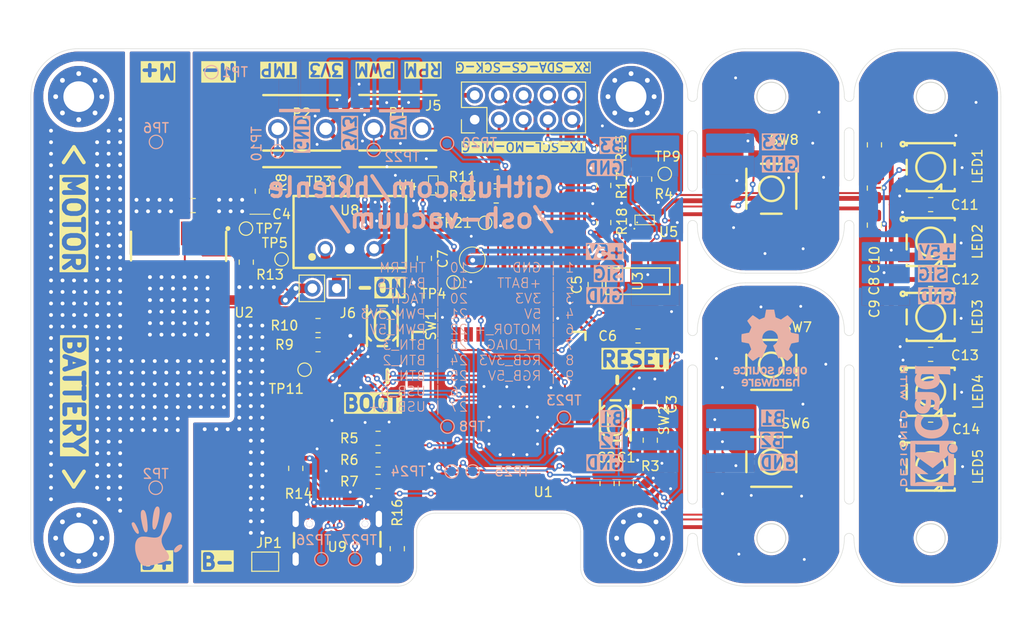
<source format=kicad_pcb>
(kicad_pcb (version 20241229) (generator "pcbnew") (generator_version "9.0")
  (layers (0 "F.Cu" signal) (2 "B.Cu" signal) (13 "F.Paste" user) (15 "B.Paste" user) (5 "F.SilkS" user "F.Silkscreen") (7 "B.SilkS" user "B.Silkscreen") (1 "F.Mask" user) (3 "B.Mask" user) (25 "Edge.Cuts" user))
  (net 0 "")
  (net 2 "+BATT")
  (net 4 "/Tach")
  (net 5 "/Tach_Raw")
  (net 9 "/MSFT_TRG")
  (net 10 "Net-(U2-IN)")
  (net 11 "/RX")
  (net 13 "/TX")
  (net 14 "/SDA")
  (net 15 "/CS")
  (net 17 "/SCK")
  (net 20 "/MISO")
  (net 22 "/SCL")
  (net 27 "/MOSI")
  (net 31 "+5V")
  (net 32 "Net-(LED1-DOUT)")
  (net 33 "GND")
  (net 34 "Net-(LED2-DOUT)")
  (net 35 "Net-(LED3-DOUT)")
  (net 36 "Net-(LED4-DOUT)")
  (net 37 "/RESET")
  (net 38 "/BOOT")
  (net 40 "/BTN_1")
  (net 41 "/BTN_2")
  (net 44 "/BTN_3")
  (net 45 "+3.3V")
  (net 46 "/USB_D+")
  (net 47 "/Therm")
  (net 48 "/Batt_Sens")
  (net 49 "/USB_D-")
  (net 50 "/VBUS")
  (net 51 "/PWM_3V3")
  (net 52 "/PWM_5V")
  (net 53 "Net-(U5-Y)")
  (net 54 "/RGB_LED_3V3")
  (net 55 "/MOTOR_PWR")
  (net 56 "/RGB_LED_5V")
  (net 57 "/FT_DIAG")
  (net 58 "Net-(R14-Pad2)")
  (net 59 "Net-(R16-Pad2)")
  (net 65 "Net-(J6-Pin_1)")
  (footprint "Resistor_SMD:R_0805_2012Metric_Pad1.20x1.40mm_HandSolder" (layer "F.Cu") (at 162.09 102.45 -90)
    (property "Reference" "C1")
    (property "Value" "22uF")
  )
  (footprint "Resistor_SMD:R_0805_2012Metric_Pad1.20x1.40mm_HandSolder" (layer "F.Cu") (at 130 88)
    (property "Reference" "R9")
    (property "Value" "22k")
  )
  (footprint "easyeda2kicad:CONN-TH_2P-P5.00_WJ301V-5.00-2P" (layer "F.Cu") (at 138.31 65.49 180)
    (property "Reference" "P1")
    (property "Value" "WJ301V-5.0-2P")
  )
  (footprint "Resistor_SMD:R_0805_2012Metric_Pad1.20x1.40mm_HandSolder" (layer "F.Cu") (at 159.74 71.4 90)
    (property "Reference" "R17")
    (property "Value" "10k")
  )
  (footprint "easyeda2kicad:LED-SMD_4P-L5.0-W5.0-TL-1" (layer "F.Cu") (at 193.78 69.5)
    (property "Reference" "LED1")
    (property "Value" "WS2812B-V5/W")
  )
  (footprint "Resistor_SMD:R_0805_2012Metric_Pad1.20x1.40mm_HandSolder" (layer "F.Cu") (at 148.55 72.5)
    (property "Reference" "R12")
    (property "Value" "56k")
  )
  (footprint "Connector_PinHeader_2.54mm:PinHeader_1x02_P2.54mm_Vertical" (layer "F.Cu") (at 131.95 82.125 -90)
    (property "Reference" "J6")
    (property "Value" "Conn_01x02_Pin")
  )
  (footprint "Resistor_SMD:R_0805_2012Metric_Pad1.20x1.40mm_HandSolder" (layer "F.Cu") (at 159.74 75.27 -90)
    (property "Reference" "R18")
    (property "Value" "10k")
  )
  (footprint "easyeda2kicad:USB-SMD_TYPE-C16PIN-1" (layer "F.Cu") (at 132 107.98)
    (property "Reference" "U9")
    (property "Value" "12402012E212A")
  )
  (footprint "Resistor_SMD:R_0805_2012Metric_Pad1.20x1.40mm_HandSolder" (layer "F.Cu") (at 136.25 100)
    (property "Reference" "R6")
    (property "Value" "10k")
  )
  (footprint "TestPoint:TestPoint_Pad_D1.0mm" (layer "F.Cu") (at 122.5 75.9 180)
    (property "Reference" "TP7")
    (property "Value" "TestPoint")
  )
  (footprint "Resistor_SMD:R_0805_2012Metric_Pad1.20x1.40mm_HandSolder" (layer "F.Cu") (at 164 70.75 90)
    (property "Reference" "R4")
    (property "Value" "220R")
  )
  (footprint "MountingHole:MountingHole_3.2mm_M3_Pad_Via" (layer "F.Cu") (at 162.587056 62.152944 180)
    (property "Reference" "H3" (hide yes))
    (property "Value" "MountingHole")
  )
  (footprint "Jumper:SolderJumper-2_P1.3mm_Open_Pad1.0x1.5mm" (layer "F.Cu") (at 124.5 110.6 180)
    (property "Reference" "JP1")
    (property "Value" "SolderJumper_2_Open")
  )
  (footprint "Connector_Wire:SolderWirePad_1x01_SMD_5x10mm" (layer "F.Cu") (at 119.63 102.87)
    (property "Reference" "J4" (hide yes))
    (property "Value" "Conn_01x01_Pin")
  )
  (footprint "TestPoint:TestPoint_Pad_D1.0mm" (layer "F.Cu") (at 128.6 90.6)
    (property "Reference" "TP11")
    (property "Value" "TestPoint")
  )
  (footprint "MountingHole:MountingHole_3.2mm_M3_Pad_Via" (layer "F.Cu") (at 163.487056 108.152944 180)
    (property "Reference" "H1" (hide yes))
    (property "Value" "MountingHole")
  )
  (footprint "Resistor_SMD:R_0805_2012Metric_Pad1.20x1.40mm_HandSolder" (layer "F.Cu") (at 193.775 96.8)
    (property "Reference" "C14")
    (property "Value" "0.1uF")
  )
  (footprint "easyeda2kicad:KEY-SMD_4P-L5.2-W5.2-P3.7-LS6.4-TL" (layer "F.Cu") (at 177.19 90.1)
    (property "Reference" "SW7")
    (property "Value" "TS-1076S-A7B3")
  )
  (footprint "Resistor_SMD:R_0805_2012Metric_Pad1.20x1.40mm_HandSolder" (layer "F.Cu") (at 193.775 81.2)
    (property "Reference" "C12")
    (property "Value" "0.1uF")
  )
  (footprint "Resistor_SMD:R_0805_2012Metric_Pad1.20x1.40mm_HandSolder" (layer "F.Cu") (at 187.925 67.175 90)
    (property "Reference" "C10")
    (property "Value" "0.1uF")
  )
  (footprint "TestPoint:TestPoint_Pad_D1.0mm" (layer "F.Cu") (at 144.1 81.5)
    (property "Reference" "TP4")
    (property "Value" "TestPoint")
  )
  (footprint "easyeda2kicad:LED-SMD_4P-L5.0-W5.0-TL-1" (layer "F.Cu") (at 193.78 85.1)
    (property "Reference" "LED3")
    (property "Value" "WS2812B-V5/W")
  )
  (footprint "Resistor_SMD:R_0805_2012Metric_Pad1.20x1.40mm_HandSolder" (layer "F.Cu") (at 164.59 97.95 90)
    (property "Reference" "R3")
    (property "Value" "10k")
  )
  (footprint "easyeda2kicad:SC-70-5_L2.0-W1.3-P0.65-LS2.1-BL" (layer "F.Cu") (at 142 71.4 90)
    (property "Reference" "U4")
    (property "Value" "SN74AHCT1G125DCKR")
  )
  (footprint "Resistor_SMD:R_0805_2012Metric_Pad1.20x1.40mm_HandSolder" (layer "F.Cu") (at 122.53 79.4 90)
    (property "Reference" "R13")
    (property "Value" "4.7k")
  )
  (footprint "Resistor_SMD:R_0805_2012Metric_Pad1.20x1.40mm_HandSolder" (layer "F.Cu") (at 159.74 67.55 -90)
    (property "Reference" "R15")
    (property "Value" "10k")
  )
  (footprint "Connector_Wire:SolderWirePad_1x01_SMD_5x10mm" (layer "F.Cu") (at 113.13 102.87)
    (property "Reference" "J3" (hide yes))
    (property "Value" "Conn_01x01_Pin")
  )
  (footprint "easyeda2kicad:LED-SMD_4P-L5.0-W5.0-TL-1" (layer "F.Cu") (at 193.78 92.9)
    (property "Reference" "LED4")
    (property "Value" "WS2812B-V5/W")
  )
  (footprint "easyeda2kicad:SC-70-5_L2.0-W1.3-P0.65-LS2.1-BL" (layer "F.Cu") (at 164 75)
    (property "Reference" "U5")
    (property "Value" "SN74AHCT1G125DCKR")
  )
  (footprint "easyeda2kicad:WIRELM-SMD_ESP32-S3-WROOM-1" (layer "F.Cu") (at 148.84 95.81 180)
    (property "Reference" "U1")
    (property "Value" "ESP32-S3-WROOM-1(N16R2)")
  )
  (footprint "Resistor_SMD:R_0805_2012Metric_Pad1.20x1.40mm_HandSolder" (layer "F.Cu") (at 141.07 79 -90)
    (property "Reference" "C7")
    (property "Value" "22uF")
  )
  (footprint "Connector_Wire:SolderWirePad_1x01_SMD_5x10mm" (layer "F.Cu") (at 113.13 66.87)
    (property "Reference" "J1" (hide yes))
    (property "Value" "Conn_01x01_Pin")
  )
  (footprint "easyeda2kicad:KEY-SMD_4P-L5.2-W5.2-P3.7-LS6.4-TL" (layer "F.Cu") (at 177.19 100.2)
    (property "Reference" "SW6")
    (property "Value" "TS-1076S-A7B3")
  )
  (footprint "Resistor_SMD:R_0805_2012Metric_Pad1.20x1.40mm_HandSolder" (layer "F.Cu") (at 160.09 102.45 -90)
    (property "Reference" "C2")
    (property "Value" "0.1uF")
  )
  (footprint "MountingHole:MountingHole_3.2mm_M3_Pad_Via" (layer "F.Cu") (at 105.087056 62.152944 180)
    (property "Reference" "H4" (hide yes))
    (property "Value" "MountingHole")
  )
  (footprint "Resistor_SMD:R_0805_2012Metric_Pad1.20x1.40mm_HandSolder" (layer "F.Cu") (at 187.92 75.54 -90)
    (property "Reference" "C9")
    (property "Value" "22uF")
  )
  (footprint "easyeda2kicad:LED-SMD_4P-L5.0-W5.0-TL-1" (layer "F.Cu") (at 193.78 77.3)
    (property "Reference" "LED2")
    (property "Value" "WS2812B-V5/W")
  )
  (footprint "easyeda2kicad:CONN-TH_2P-P5.00_WJ301V-5.00-2P" (layer "F.Cu") (at 128.3 65.5 180)
    (property "Reference" "P2")
    (property "Value" "WJ301V-5.0-2P")
  )
  (footprint "Resistor_SMD:R_0805_2012Metric_Pad1.20x1.40mm_HandSolder" (layer "F.Cu") (at 136.25 102.25)
    (property "Reference" "R7")
    (property "Value" "10k")
  )
  (footprint "TestPoint:TestPoint_Pad_D1.0mm" (layer "F.Cu") (at 132.9 71 180)
    (property "Reference" "TP3")
    (property "Value" "TestPoint")
  )
  (footprint "easyeda2kicad:PG-HSOF-8_L10.4-W9.8-BTH500151LUAAUMA1" (layer "F.Cu") (at 116.43 80.21 180)
    (property "Reference" "U2")
    (property "Value" "BTH500151LUAAUMA1")
  )
  (footprint "Resistor_SMD:R_0805_2012Metric_Pad1.20x1.40mm_HandSolder" (layer "F.Cu") (at 127.68 100.88 -90)
    (property "Reference" "R14")
    (property "Value" "5.1k")
  )
  (footprint "easyeda2kicad:SW-SMD_4P-L4.2-W3.2-P2.15-LS4.6" (layer "F.Cu") (at 136.69 86.04 -90)
    (property "Reference" "SW1")
    (property "Value" "RKB2SJK250SMTRLFS")
  )
  (footprint "Resistor_SMD:R_0805_2012Metric_Pad1.20x1.40mm_HandSolder" (layer "F.Cu") (at 136.25 97.75 180)
    (property "Reference" "R5")
    (property "Value" "10k")
  )
  (footprint "Resistor_SMD:R_0805_2012Metric_Pad1.20x1.40mm_HandSolder" (layer "F.Cu") (at 124.2 72 -90)
    (property "Reference" "R8")
    (property "Value" "10k")
  )
  (footprint "Resistor_SMD:R_0805_2012Metric_Pad1.20x1.40mm_HandSolder" (layer "F.Cu") (at 164.59 94.05 90)
    (property "Reference" "C3")
    (property "Value" "1uF")
  )
  (footprint "easyeda2kicad:LED-SMD_4P-L5.0-W5.0-TL-1" (layer "F.Cu") (at 193.78 100.7)
    (property "Reference" "LED5")
    (property "Value" "WS2812B-V5/W")
  )
  (footprint "Resistor_SMD:R_0805_2012Metric_Pad1.20x1.40mm_HandSolder" (layer "F.Cu") (at 187.92 71.68 90)
    (property "Reference" "C8")
    (property "Value" "22uF")
  )
  (footprint "TestPoint:TestPoint_Pad_D1.0mm" (layer "F.Cu") (at 126.2 79.1)
    (property "Reference" "TP5")
    (property "Value" "TestPoint")
  )
  (footprint "Connector_Wire:SolderWirePad_1x01_SMD_5x10mm" (layer "F.Cu") (at 119.63 66.87)
    (property "Reference" "J2" (hide yes))
    (property "Value" "Conn_01x01_Pin")
  )
  (footprint "Resistor_SMD:R_0805_2012Metric_Pad1.20x1.40mm_HandSolder" (layer "F.Cu") (at 163.31 87.08 180)
    (property "Reference" "C6")
    (property "Value" "10uF")
  )
  (footprint "MountingHole:MountingHole_3.2mm_M3_Pad_Via" (layer "F.Cu") (at 105.087056 108.147056 180)
    (property "Reference" "H2" (hide yes))
    (property "Value" "MountingHole")
  )
  (footprint "TestPoint:TestPoint_Pad_D1.0mm" (layer "F.Cu") (at 166.1 70.2)
    (property "Reference" "TP9")
    (property "Value" "TestPoint")
  )
  (footprint "Resistor_SMD:R_0805_2012Metric_Pad1.20x1.40mm_HandSolder" (layer "F.Cu") (at 193.775 73.4)
    (property "Reference" "C11")
    (property "Value" "0.1uF")
  )
  (footprint "easyeda2kicad:KEY-SMD_4P-L5.2-W5.2-P3.7-LS6.4-TL" (layer "F.Cu") (at 177.19 71.75 -90)
    (property "Reference" "SW8")
    (property "Value" "TS-1076S-A7B3")
  )
  (footprint "Resistor_SMD:R_0805_2012Metric_Pad1.20x1.40mm_HandSolder" (layer "F.Cu") (at 158.85 81.73 -90)
    (property "Reference" "C5")
    (property "Value" "0.1uF")
  )
  (footprint "Resistor_SMD:R_0805_2012Metric_Pad1.20x1.40mm_HandSolder" (layer "F.Cu") (at 117 73.5 180)
    (property "Reference" "C4")
    (property "Value" "10nF")
  )
  (footprint "easyeda2kicad:SOT-223-4_L6.5-W3.5-P2.30-LS7.0-BR" (layer "F.Cu") (at 163.29 81.38 90)
    (property "Reference" "U3")
    (property "Value" "LD1117S33CTR")
  )
  (footprint "Resistor_SMD:R_0805_2012Metric_Pad1.20x1.40mm_HandSolder" (layer "F.Cu") (at 130 86)
    (property "Reference" "R10")
    (property "Value" "330k")
  )
  (footprint "Connector_PinHeader_2.54mm:PinHeader_2x05_P2.54mm_Vertical" (layer "F.Cu") (at 146.31 64.55 90)
    (property "Reference" "J5")
    (property "Value" "Conn_01x10")
  )
  (footprint "Resistor_SMD:R_0805_2012Metric_Pad1.20x1.40mm_HandSolder" (layer "F.Cu") (at 148.55 70.5)
    (property "Reference" "R11")
    (property "Value" "33k")
  )
  (footprint "easyeda2kicad:PWRM-TH_L11.7-W7.5_TSR1-2450" (layer "F.Cu") (at 133.3 78)
    (property "Reference" "U8")
    (property "Value" "TSR 1-2450_C6886877")
  )
  (footprint "easyeda2kicad:SW-SMD_4P-L4.2-W3.2-P2.15-LS4.6" (layer "F.Cu") (at 160.95 95.89 -90)
    (property "Reference" "SW2")
    (property "Value" "RKB2SJK250SMTRLFS")
  )
  (footprint "Resistor_SMD:R_0805_2012Metric_Pad1.20x1.40mm_HandSolder" (layer "F.Cu") (at 138.25 109.25 -90)
    (property "Reference" "R16")
    (property "Value" "5.1k")
  )
  (footprint "TestPoint:TestPoint_Pad_D1.0mm" (layer "F.Cu") (at 147.4 75.3)
    (property "Reference" "TP21")
    (property "Value" "TestPoint")
  )
  (footprint "Resistor_SMD:R_0805_2012Metric_Pad1.20x1.40mm_HandSolder" (layer "F.Cu") (at 193.775 89)
    (property "Reference" "C13")
    (property "Value" "0.1uF")
  )
  (footprint "TestPoint:TestPoint_Pad_D1.0mm" (layer "B.Cu") (at 133.85 110.35 180)
    (property "Reference" "TP27")
    (property "Value" "TestPoint")
  )
  (footprint "TestPoint:TestPoint_Pad_D1.0mm" (layer "B.Cu") (at 155.6 95.6 180)
    (property "Reference" "TP23")
    (property "Value" "TestPoint")
  )
  (footprint "TestPoint:TestPoint_Pad_D1.0mm" (layer "B.Cu") (at 113.1 102.9 180)
    (property "Reference" "TP2")
    (property "Value" "TestPoint")
  )
  (footprint "Symbol:KiCad-Logo2_5mm_SilkScreen" (layer "B.Cu") (at 193.6 96.45 90)
    (property "Reference" "REF**" (hide yes))
    (property "Value" "KiCad-Logo2_5mm_SilkScreen" (hide yes))
  )
  (footprint "TestPoint:TestPoint_Pad_D1.0mm" (layer "B.Cu") (at 118.9 59.6 180)
    (property "Reference" "TP1")
    (property "Value" "TestPoint")
  )
  (footprint "TestPoint:TestPoint_Pad_D1.0mm" (layer "B.Cu") (at 130.35 110.35 180)
    (property "Reference" "TP26")
    (property "Value" "TestPoint")
  )
  (footprint "TestPoint:TestPoint_Pad_D1.0mm" (layer "B.Cu") (at 146.1 101.2 180)
    (property "Reference" "TP25")
    (property "Value" "TestPoint")
  )
  (footprint "TestPoint:TestPoint_Pad_D1.0mm" (layer "B.Cu") (at 125.8 67.85 180)
    (property "Reference" "TP10")
    (property "Value" "TestPoint")
  )
  (footprint "Symbol:OSHW-Logo_7.5x8mm_SilkScreen" (layer "B.Cu") (at 177.075 88.35 180)
    (property "Reference" "REF**" (hide yes))
    (property "Value" "OSHW-Logo_7.5x8mm_SilkScreen" (hide yes))
  )
  (footprint "TestPoint:TestPoint_Pad_D1.0mm" (layer "B.Cu") (at 143.475 96.525 180)
    (property "Reference" "TP8")
    (property "Value" "TestPoint")
  )
  (footprint "TestPoint:TestPoint_Pad_D1.0mm" (layer "B.Cu") (at 135.8 67.7 180)
    (property "Reference" "TP22")
    (property "Value" "TestPoint")
  )
  (footprint "TestPoint:TestPoint_Pad_D1.0mm" (layer "B.Cu") (at 113.13 66.87 180)
    (property "Reference" "TP6")
    (property "Value" "TestPoint")
  )
  (footprint "TestPoint:TestPoint_Pad_D1.0mm" (layer "B.Cu") (at 143.425 67.025 180)
    (property "Reference" "TP20")
    (property "Value" "TestPoint")
  )
  (footprint "Logos:intuity_logo_hand" (layer "B.Cu") (at 120.204765 108.250082 180)
    (property "Reference" "G***" (hide yes))
    (property "Value" "LOGO" (hide yes))
  )
  (footprint "TestPoint:TestPoint_Pad_D1.0mm" (layer "B.Cu") (at 143.9 101.2 180)
    (property "Reference" "TP24")
    (property "Value" "TestPoint")
  )
  (gr_line (start 137.225 91.9375) (end 137.225 90.6125) (stroke (width 0.4)) (layer "F.SilkS"))
  (gr_line (start 104.565 102.8) (end 103.535 101.2) (stroke (width 0.4)) (layer "F.SilkS"))
  (gr_circle (center 146.06 79.16) (end 147.31 78.66) (stroke (width 0.1)) (fill no) (layer "F.SilkS"))
  (gr_line (start 103.515 69) (end 104.585 67.4) (stroke (width 0.4)) (layer "F.SilkS"))
  (gr_line (start 161.15 92.025) (end 161.15 91.3125) (stroke (width 0.4)) (layer "F.SilkS"))
  (gr_line (start 104.585 67.4) (end 105.615 69) (stroke (width 0.4)) (layer "F.SilkS"))
  (gr_line (start 105.635 101.2) (end 104.565 102.8) (stroke (width 0.4)) (layer "F.SilkS"))
  (gr_line (start 125 74.4) (end 122.9 74.4) (stroke (width 0.1)) (layer "F.SilkS"))
  (gr_line (start 134.4125 82.075) (end 135.3375 82.075) (stroke (width 0.4)) (layer "F.SilkS"))
  (gr_rect (start 131.1875 63.475) (end 135.3625 63.725) (stroke (width 0.1)) (fill yes) (layer "B.SilkS"))
  (gr_rect (start 125.9875 63.475) (end 130.1625 63.725) (stroke (width 0.1)) (fill yes) (layer "B.SilkS"))
  (gr_rect (start 136.3875 63.5) (end 140.5625 63.75) (stroke (width 0.1)) (fill yes) (layer "B.SilkS"))
  (gr_circle (center 193.79 62.15) (end 192.29 62.15) (stroke (width 0.1)) (fill no) (layer "Edge.Cuts"))
  (gr_line (start 100.09 62.15) (end 100.09 108.15) (stroke (width 0.05)) (layer "Edge.Cuts"))
  (gr_arc (start 100.09 62.15) (mid 101.554466 58.614466) (end 105.09 57.15) (stroke (width 0.05)) (layer "Edge.Cuts"))
  (gr_arc (start 169.49 62.15) (mid 168.99 62.65) (end 168.49 62.15) (stroke (width 0.05)) (layer "Edge.Cuts"))
  (gr_arc (start 169.49 71.5) (mid 168.99 72) (end 168.49 71.5) (stroke (width 0.05)) (layer "Edge.Cuts"))
  (gr_arc (start 185.8 104.1) (mid 185.3 104.6) (end 184.8 104.1) (stroke (width 0.05)) (layer "Edge.Cuts"))
  (gr_arc (start 168.49 90.6) (mid 168.99 90.1) (end 169.49 90.6) (stroke (width 0.05)) (layer "Edge.Cuts"))
  (gr_line (start 157.328858 107.5) (end 157.3289 111.2) (stroke (width 0.05)) (layer "Edge.Cuts"))
  (gr_line (start 179.79 113.15) (end 174.49 113.15) (stroke (width 0.05)) (layer "Edge.Cuts"))
  (gr_arc (start 168.49 108.15) (mid 167.025534 111.685534) (end 163.49 113.15) (stroke (width 0.05)) (layer "Edge.Cuts"))
  (gr_line (start 168.49 90.6) (end 168.49 104.1) (stroke (width 0.05)) (layer "Edge.Cuts"))
  (gr_arc (start 155.378858 105.55) (mid 156.757716 106.121142) (end 157.328858 107.5) (stroke (width 0.05)) (layer "Edge.Cuts"))
  (gr_line (start 184.8 90.6) (end 184.8 104.1) (stroke (width 0.05)) (layer "Edge.Cuts"))
  (gr_arc (start 185.79 62.15) (mid 185.29 62.65) (end 184.79 62.15) (stroke (width 0.05)) (layer "Edge.Cuts"))
  (gr_arc (start 184.79 108.15) (mid 185.29 107.65) (end 185.79 108.15) (stroke (width 0.05)) (layer "Edge.Cuts"))
  (gr_arc (start 159.2789 113.15) (mid 157.900042 112.578858) (end 157.3289 111.2) (stroke (width 0.05)) (layer "Edge.Cuts"))
  (gr_arc (start 184.79 75.55) (mid 185.29 75.05) (end 185.79 75.55) (stroke (width 0.05)) (layer "Edge.Cuts"))
  (gr_arc (start 185.79 62.15) (mid 187.254466 58.614466) (end 190.79 57.15) (stroke (width 0.05)) (layer "Edge.Cuts"))
  (gr_arc (start 179.79 81.55) (mid 183.325534 83.014466) (end 184.79 86.55) (stroke (width 0.05)) (layer "Edge.Cuts"))
  (gr_line (start 138.3161 113.15) (end 105.09 113.15) (stroke (width 0.05)) (layer "Edge.Cuts"))
  (gr_arc (start 169.49 86.55) (mid 168.99 87.05) (end 168.49 86.55) (stroke (width 0.05)) (layer "Edge.Cuts"))
  (gr_line (start 179.79 80.55) (end 174.49 80.55) (stroke (width 0.05)) (layer "Edge.Cuts"))
  (gr_arc (start 169.49 62.15) (mid 170.954466 58.614466) (end 174.49 57.15) (stroke (width 0.05)) (layer "Edge.Cuts"))
  (gr_arc (start 163.49 57.15) (mid 167.025534 58.614466) (end 168.49 62.15) (stroke (width 0.05)) (layer "Edge.Cuts"))
  (gr_line (start 168.49 66.2) (end 168.49 71.5) (stroke (width 0.05)) (layer "Edge.Cuts"))
  (gr_arc (start 174.49 113.15) (mid 170.954466 111.685534) (end 169.49 108.15) (stroke (width 0.05)) (layer "Edge.Cuts"))
  (gr_line (start 201.09 62.15) (end 201.09 108.15) (stroke (width 0.05)) (layer "Edge.Cuts"))
  (gr_line (start 184.79 65.9) (end 184.79 70.4) (stroke (width 0.05)) (layer "Edge.Cuts"))
  (gr_line (start 196.09 57.15) (end 190.79 57.15) (stroke (width 0.05)) (layer "Edge.Cuts"))
  (gr_line (start 169.49 71.5) (end 169.49 66.2) (stroke (width 0.05)) (layer "Edge.Cuts"))
  (gr_arc (start 185.79 70.4) (mid 185.29 70.9) (end 184.79 70.4) (stroke (width 0.05)) (layer "Edge.Cuts"))
  (gr_arc (start 168.49 108.15) (mid 168.99 107.65) (end 169.49 108.15) (stroke (width 0.05)) (layer "Edge.Cuts"))
  (gr_arc (start 169.49 86.55) (mid 170.954466 83.014466) (end 174.49 81.55) (stroke (width 0.05)) (layer "Edge.Cuts"))
  (gr_arc (start 184.79 65.9) (mid 185.29 65.4) (end 185.79 65.9) (stroke (width 0.05)) (layer "Edge.Cuts"))
  (gr_arc (start 168.49 66.2) (mid 168.99 65.7) (end 169.49 66.2) (stroke (width 0.05)) (layer "Edge.Cuts"))
  (gr_line (start 185.8 104.1) (end 185.8 90.6) (stroke (width 0.05)) (layer "Edge.Cuts"))
  (gr_line (start 155.378858 105.55) (end 142.216102 105.55) (stroke (width 0.05)) (layer "Edge.Cuts"))
  (gr_arc (start 179.79 57.15) (mid 183.325534 58.614466) (end 184.79 62.15) (stroke (width 0.05)) (layer "Edge.Cuts"))
  (gr_line (start 163.49 57.15) (end 105.09 57.15) (stroke (width 0.05)) (layer "Edge.Cuts"))
  (gr_line (start 185.79 86.55) (end 185.79 75.55) (stroke (width 0.05)) (layer "Edge.Cuts"))
  (gr_arc (start 169.49 104.1) (mid 168.99 104.6) (end 168.49 104.1) (stroke (width 0.05)) (layer "Edge.Cuts"))
  (gr_line (start 185.79 70.4) (end 185.79 65.9) (stroke (width 0.05)) (layer "Edge.Cuts"))
  (gr_arc (start 105.09 113.15) (mid 101.554466 111.685534) (end 100.09 108.15) (stroke (width 0.05)) (layer "Edge.Cuts"))
  (gr_arc (start 168.49 75.55) (mid 168.99 75.05) (end 169.49 75.55) (stroke (width 0.05)) (layer "Edge.Cuts"))
  (gr_arc (start 184.8 90.6) (mid 185.3 90.1) (end 185.8 90.6) (stroke (width 0.05)) (layer "Edge.Cuts"))
  (gr_arc (start 184.79 108.15) (mid 183.325534 111.685534) (end 179.79 113.15) (stroke (width 0.05)) (layer "Edge.Cuts"))
  (gr_line (start 174.49 81.55) (end 179.79 81.55) (stroke (width 0.05)) (layer "Edge.Cuts"))
  (gr_line (start 169.49 104.1) (end 169.49 90.6) (stroke (width 0.05)) (layer "Edge.Cuts"))
  (gr_line (start 140.266102 107.5) (end 140.266102 111.2) (stroke (width 0.05)) (layer "Edge.Cuts"))
  (gr_circle (center 177.19 108.15) (end 175.69 108.15) (stroke (width 0.1)) (fill no) (layer "Edge.Cuts"))
  (gr_arc (start 174.49 80.55) (mid 170.954466 79.085534) (end 169.49 75.55) (stroke (width 0.05)) (layer "Edge.Cuts"))
  (gr_line (start 179.79 57.15) (end 174.49 57.15) (stroke (width 0.05)) (layer "Edge.Cuts"))
  (gr_arc (start 201.09 108.15) (mid 199.625534 111.685534) (end 196.09 113.15) (stroke (width 0.05)) (layer "Edge.Cuts"))
  (gr_line (start 196.09 113.15) (end 190.79 113.15) (stroke (width 0.05)) (layer "Edge.Cuts"))
  (gr_arc (start 190.79 113.15) (mid 187.254466 111.685534) (end 185.79 108.15) (stroke (width 0.05)) (layer "Edge.Cuts"))
  (gr_arc (start 184.79 75.55) (mid 183.325534 79.085534) (end 179.79 80.55) (stroke (width 0.05)) (layer "Edge.Cuts"))
  (gr_arc (start 140.266102 111.2) (mid 139.69496 112.578858) (end 138.316102 113.15) (stroke (width 0.05)) (layer "Edge.Cuts"))
  (gr_arc (start 185.79 86.55) (mid 185.29 87.05) (end 184.79 86.55) (stroke (width 0.05)) (layer "Edge.Cuts"))
  (gr_line (start 168.49 75.55) (end 168.49 86.55) (stroke (width 0.05)) (layer "Edge.Cuts"))
  (gr_circle (center 177.19 62.15) (end 175.69 62.15) (stroke (width 0.1)) (fill no) (layer "Edge.Cuts"))
  (gr_arc (start 140.266102 107.5) (mid 140.837244 106.121142) (end 142.216102 105.55) (stroke (width 0.05)) (layer "Edge.Cuts"))
  (gr_circle (center 193.79 108.15) (end 192.29 108.15) (stroke (width 0.1)) (fill no) (layer "Edge.Cuts"))
  (gr_line (start 163.49 113.15) (end 159.2789 113.15) (stroke (width 0.05)) (layer "Edge.Cuts"))
  (gr_arc (start 196.09 57.15) (mid 199.625534 58.614466) (end 201.09 62.15) (stroke (width 0.05)) (layer "Edge.Cuts"))
  (gr_text "3V3" (at 130.8 58.6 180) (layer "F.SilkS" knockout) (effects (font (size 1.25 1.25) (thickness 0.25) (bold yes)) (justify bottom)))
  (gr_text "BOOT" (at 135.625 95.025 0) (layer "F.SilkS" knockout) (effects (font (size 1.5 1.5) (thickness 0.375) (bold yes)) (justify bottom)))
  (gr_text "TX-SCL-MO-MI-G" (at 151.35 66.85 180) (layer "F.SilkS" knockout) (effects (font (size 0.9 0.9) (thickness 0.16) (bold yes)) (justify bottom)))
  (gr_text "PWM" (at 135.925 58.6 180) (layer "F.SilkS" knockout) (effects (font (size 1.25 1.25) (thickness 0.25) (bold yes)) (justify bottom)))
  (gr_text " B- " (at 119.53 111.49 0) (layer "F.SilkS" knockout) (effects (font (size 1.5 1.5) (thickness 0.375) (bold yes)) (justify bottom)))
  (gr_text " M+ " (at 113.34 58.62 180) (layer "F.SilkS" knockout) (effects (font (size 1.5 1.5) (thickness 0.375) (bold yes)) (justify bottom)))
  (gr_text "RESET" (at 162.91 90.4 0) (layer "F.SilkS" knockout) (effects (font (size 1.5 1.5) (thickness 0.375) (bold yes)) (justify bottom)))
  (gr_text " B+ " (at 113.23 111.49 0) (layer "F.SilkS" knockout) (effects (font (size 1.5 1.5) (thickness 0.375) (bold yes)) (justify bottom)))
  (gr_text "BATTERY" (at 103.365 86.7 270) (layer "F.SilkS" knockout) (effects (font (size 2 2) (thickness 0.5) (bold yes)) (justify left bottom)))
  (gr_text "RX-SDA-CS-SCK-G" (at 151.4 58.55 180) (layer "F.SilkS" knockout) (effects (font (size 0.9 0.9) (thickness 0.16) (bold yes)) (justify bottom)))
  (gr_text "RPM" (at 140.925 58.6 180) (layer "F.SilkS" knockout) (effects (font (size 1.25 1.25) (thickness 0.25) (bold yes)) (justify bottom)))
  (gr_text "MOTOR" (at 103.315 70 270) (layer "F.SilkS" knockout) (effects (font (size 2 2) (thickness 0.5) (bold yes)) (justify left bottom)))
  (gr_text " M- " (at 119.64 58.62 180) (layer "F.SilkS" knockout) (effects (font (size 1.5 1.5) (thickness 0.375) (bold yes)) (justify bottom)))
  (gr_text "TMP" (at 125.825 58.6 180) (layer "F.SilkS" knockout) (effects (font (size 1.25 1.25) (thickness 0.25) (bold yes)) (justify bottom)))
  (gr_text "ON" (at 137.525 83 0) (layer "F.SilkS" knockout) (effects (font (size 1.5 1.5) (thickness 0.375) (bold yes)) (justify bottom)))
  (gr_text "+5V" (at 162 79.07 0) (layer "B.SilkS" knockout) (effects (font (size 1.25 1.25) (thickness 0.25) (bold yes)) (justify left bottom mirror)))
  (gr_text "B1" (at 162 96.48 0) (layer "B.SilkS" knockout) (effects (font (size 1.25 1.25) (thickness 0.25) (bold yes)) (justify left bottom mirror)))
  (gr_text "10 | THERM\n11 | BATT_S\n20 | TACH\n21 | PWM_3V3\n22 | PWM_5V\n23 | BTN_3\n24 | BTN_2\n25 | BTN_1\n26 | USB_D-\n27 | USB_D+" (at 145.675 95.05 0) (layer "B.SilkS") (effects (font (size 1 1) (thickness 0.1)) (justify left bottom mirror)))
  (gr_text "GND" (at 127.525 66.075 270) (layer "B.SilkS" knockout) (effects (font (size 1.25 1.25) (thickness 0.25) (bold yes)) (justify bottom mirror)))
  (gr_text "SIG" (at 161.93 81.37 0) (layer "B.SilkS" knockout) (effects (font (size 1.25 1.25) (thickness 0.25) (bold yes)) (justify left bottom mirror)))
  (gr_text "3V3" (at 132.5 65.9 270) (layer "B.SilkS" knockout) (effects (font (size 1.25 1.25) (thickness 0.25) (bold yes)) (justify bottom mirror)))
  (gr_text "1 | GND\n2 | +BATT\n3 | 3V3\n4 | 5V\n6 | MOTOR_+\n7 | FT_DIAG\n8 | RGB_3V3\n9 | RGB_5V" (at 156.75 91.825 0) (layer "B.SilkS") (effects (font (size 1 1) (thickness 0.1)) (justify left bottom mirror)))
  (gr_text "GND" (at 176.07 69.96 0) (layer "B.SilkS" knockout) (effects (font (size 1.25 1.25) (thickness 0.25) (bold yes)) (justify right bottom mirror)))
  (gr_text "GND" (at 161.93 83.67 0) (layer "B.SilkS" knockout) (effects (font (size 1.25 1.25) (thickness 0.25) (bold yes)) (justify left bottom mirror)))
  (gr_text "GND" (at 161.93 70.33 0) (layer "B.SilkS" knockout) (effects (font (size 1.25 1.25) (thickness 0.25) (bold yes)) (justify left bottom mirror)))
  (gr_text "B2" (at 161.93 98.78 0) (layer "B.SilkS" knockout) (effects (font (size 1.25 1.25) (thickness 0.25) (bold yes)) (justify left bottom mirror)))
  (gr_text "GND" (at 194.4 83.7 0) (layer "B.SilkS" knockout) (effects (font (size 1.25 1.25) (thickness 0.25) (bold yes)) (justify bottom mirror)))
  (gr_text "SIG" (at 194 81.4 0) (layer "B.SilkS" knockout) (effects (font (size 1.25 1.25) (thickness 0.25) (bold yes)) (justify bottom mirror)))
  (gr_text "B2" (at 175.88 98.73 0) (layer "B.SilkS" knockout) (effects (font (size 1.25 1.25) (thickness 0.25) (bold yes)) (justify right bottom mirror)))
  (gr_text "B1" (at 175.99 96.43 0) (layer "B.SilkS" knockout) (effects (font (size 1.25 1.25) (thickness 0.25) (bold yes)) (justify right bottom mirror)))
  (gr_text "GitHub.com/hkienle\n/osh-vacuum/" (at 154.75 76 0) (layer "B.SilkS") (effects (font (size 2 2) (thickness 0.4) (bold yes)) (justify left bottom mirror)))
  (gr_text "GND" (at 161.93 101.08 0) (layer "B.SilkS" knockout) (effects (font (size 1.25 1.25) (thickness 0.25) (bold yes)) (justify left bottom mirror)))
  (gr_text "GND" (at 175.89 101.03 0) (layer "B.SilkS" knockout) (effects (font (size 1.25 1.25) (thickness 0.25) (bold yes)) (justify right bottom mirror)))
  (gr_text "+5V" (at 194.5 79.1 0) (layer "B.SilkS" knockout) (effects (font (size 1.25 1.25) (thickness 0.25) (bold yes)) (justify bottom mirror)))
  (gr_text "B3" (at 161.93 68.03 0) (layer "B.SilkS" knockout) (effects (font (size 1.25 1.25) (thickness 0.25) (bold yes)) (justify left bottom mirror)))
  (gr_text "5V" (at 137.55 65.425 270) (layer "B.SilkS" knockout) (effects (font (size 1.25 1.25) (thickness 0.25) (bold yes)) (justify bottom mirror)))
  (gr_text "B3" (at 176.06 67.66 0) (layer "B.SilkS" knockout) (effects (font (size 1.25 1.25) (thickness 0.25) (bold yes)) (justify right bottom mirror)))
  (segment (start 111.43 86.24) (end 111.47 86.2) (width 0.5) (layer "F.Cu") (net 2))
  (segment (start 127.1 84.1) (end 119.1 84.1) (width 0.2) (layer "F.Cu") (net 2))
  (segment (start 119.1 84.1) (end 117.2 86) (width 0.2) (layer "F.Cu") (net 2))
  (segment (start 127.7 82.125) (end 129.41 82.125) (width 1) (layer "F.Cu") (net 2))
  (segment (start 116.13 83.42) (end 115.53 84.02) (width 0.2) (layer "F.Cu") (net 2))
  (segment (start 116.13 76.4) (end 116.13 79.8) (width 0.2) (layer "F.Cu") (net 2))
  (segment (start 129 86) (end 127.1 84.1) (width 0.2) (layer "F.Cu") (net 2))
  (segment (start 126.6 83.35) (end 119.85 83.35) (width 1) (layer "F.Cu") (net 2))
  (segment (start 119.85 83.35) (end 119.8 83.3) (width 1) (layer "F.Cu") (net 2))
  (via (at 120.2 90.9) (size 0.8) (drill 0.4) (layers "F.Cu" "B.Cu") (net 2))
  (via (at 105.8 81.3) (size 0.8) (drill 0.4) (layers "F.Cu" "B.Cu") (net 2))
  (via (at 102.2 84.9) (size 0.8) (drill 0.4) (layers "F.Cu" "B.Cu") (net 2))
  (via (at 107 93.3) (size 0.8) (drill 0.4) (layers "F.Cu" "B.Cu") (net 2))
  (via (at 108.2 98.1) (size 0.8) (drill 0.4) (layers "F.Cu" "B.Cu") (net 2))
  (via (at 107 71.7) (size 0.8) (drill 0.4) (layers "F.Cu" "B.Cu") (net 2))
  (via (at 109.4 74.1) (size 0.8) (drill 0.4) (layers "F.Cu" "B.Cu") (net 2))
  (via (at 102.2 75.3) (size 0.8) (drill 0.4) (layers "F.Cu" "B.Cu") (net 2))
  (via (at 108.2 94.5) (size 0.8) (drill 0.4) (layers "F.Cu" "B.Cu") (net 2))
  (via (at 109.4 66.9) (size 0.8) (drill 0.4) (layers "F.Cu" "B.Cu") (net 2))
  (via (at 102.2 87.3) (size 0.8) (drill 0.4) (layers "F.Cu" "B.Cu") (net 2))
  (via (at 102.2 86.1) (size 0.8) (drill 0.4) (layers "F.Cu" "B.Cu") (net 2))
  (via (at 119 94.5) (size 0.8) (drill 0.4) (layers "F.Cu" "B.Cu") (net 2))
  (via (at 108.2 83.7) (size 0.8) (drill 0.4) (layers "F.Cu" "B.Cu") (net 2))
  (via (at 111.8 90.9) (size 0.8) (drill 0.4) (layers "F.Cu" "B.Cu") (net 2))
  (via (at 109.4 72.9) (size 0.8) (drill 0.4) (layers "F.Cu" "B.Cu") (net 2))
  (via (at 113 94.5) (size 0.8) (drill 0.4) (layers "F.Cu" "B.Cu") (net 2))
  (via (at 110.6 92.1) (size 0.8) (drill 0.4) (layers "F.Cu" "B.Cu") (net 2))
  (via (at 103.4 83.7) (size 0.8) (drill 0.4) (layers "F.Cu" "B.Cu") (net 2))
  (via (at 113 92.1) (size 0.8) (drill 0.4) (layers "F.Cu" "B.Cu") (net 2))
  (via (at 102.2 89.7) (size 0.8) (drill 0.4) (layers "F.Cu" "B.Cu") (net 2))
  (via (at 116.1 86.95) (size 0.8) (drill 0.4) (layers "F.Cu" "B.Cu") (net 2))
  (via (at 102.2 98.1) (size 0.8) (drill 0.4) (layers "F.Cu" "B.Cu") (net 2))
  (via (at 102.2 65.7) (size 0.8) (drill 0.4) (layers "F.Cu" "B.Cu") (net 2))
  (via (at 108.2 100.5) (size 0.8) (drill 0.4) (layers "F.Cu" "B.Cu") (net 2))
  (via (at 109.4 88.5) (size 0.8) (drill 0.4) (layers "F.Cu" "B.Cu") (net 2))
  (via (at 112.5 86.95) (size 0.8) (drill 0.4) (layers "F.Cu" "B.Cu") (net 2))
  (via (at 114.9 83.35) (size 0.8) (drill 0.4) (layers "F.Cu" "B.Cu") (net 2))
  (via (at 109.4 105.3) (size 0.8) (drill 0.4) (layers "F.Cu" "B.Cu") (net 2))
  (via (at 107 96.9) (size 0.8) (drill 0.4) (layers "F.Cu" "B.Cu") (net 2))
  (via (at 103.4 84.9) (size 0.8) (drill 0.4) (layers "F.Cu" "B.Cu") (net 2))
  (via (at 107 98.1) (size 0.8) (drill 0.4) (layers "F.Cu" "B.Cu") (net 2))
  (via (at 113 96.9) (size 0.8) (drill 0.4) (layers "F.Cu" "B.Cu") (net 2))
  (via (at 108.2 99.3) (size 0.8) (drill 0.4) (layers "F.Cu" "B.Cu") (net 2))
  (via (at 108.2 96.9) (size 0.8) (drill 0.4) (layers "F.Cu" "B.Cu") (net 2))
  (via (at 117.8 94.5) (size 0.8) (drill 0.4) (layers "F.Cu" "B.Cu") (net 2))
  (via (at 107 74.1) (size 0.8) (drill 0.4) (layers "F.Cu" "B.Cu") (net 2))
  (via (at 109.4 70.5) (size 0.8) (drill 0.4) (layers "F.Cu" "B.Cu") (net 2))
  (via (at 118.5 86.95) (size 0.8) (drill 0.4) (layers "F.Cu" "B.Cu") (net 2))
  (via (at 120.2 94.5) (size 0.8) (drill 0.4) (layers "F.Cu" "B.Cu") (net 2))
  (via (at 109.4 101.7) (size 0.8) (drill 0.4) (layers "F.Cu" "B.Cu") (net 2))
  (via (at 119 93.3) (size 0.8) (drill 0.4) (layers "F.Cu" "B.Cu") (net 2))
  (via (at 115.4 93.3) (size 0.8) (drill 0.4) (layers "F.Cu" "B.Cu") (net 2))
  (via (at 102.2 94.5) (size 0.8) (drill 0.4) (layers "F.Cu" "B.Cu") (net 2))
  (via (at 102.2 70.5) (size 0.8) (drill 0.4) (layers "F.Cu" "B.Cu") (net 2))
  (via (at 115.4 96.9) (size 0.8) (drill 0.4) (layers "F.Cu" "B.Cu") (net 2))
  (via (at 107 68.1) (size 0.8) (drill 0.4) (layers "F.Cu" "B.Cu") (net 2))
  (via (at 117.8 90.9) (size 0.8) (drill 0.4) (layers "F.Cu" "B.Cu") (net 2))
  (via (at 109.4 78.9) (size 0.8) (drill 0.4) (layers "F.Cu" "B.Cu") (net 2))
  (via (at 109.4 68.1) (size 0.8) (drill 0.4) (layers "F.Cu" "B.Cu") (net 2))
  (via (at 114.9 82.15) (size 0.8) (drill 0.4) (layers "F.Cu" "B.Cu") (net 2))
  (via (at 114.9 86.95) (size 0.8) (drill 0.4) (layers "F.Cu" "B.Cu") (net 2))
  (via (at 116.6 93.3) (size 0.8) (drill 0.4) (layers "F.Cu" "B.Cu") (net 2))
  (via (at 116.6 90.9) (size 0.8) (drill 0.4) (layers "F.Cu" "B.Cu") (net 2))
  (via (at 115.4 92.1) (size 0.8) (drill 0.4) (layers "F.Cu" "B.Cu") (net 2))
  (via (at 108.2 80.1) (size 0.8) (drill 0.4) (layers "F.Cu" "B.Cu") (net 2))
  (via (at 112.5 83.35) (size 0.8) (drill 0.4) (layers "F.Cu" "B.Cu") (net 2))
  (via (at 111.8 92.1) (size 0.8) (drill 0.4) (layers "F.Cu" "B.Cu") (net 2))
  (via (at 107 102.9) (size 0.8) (drill 0.4) (layers "F.Cu" "B.Cu") (net 2))
  (via (at 110.6 96.9) (size 0.8) (drill 0.4) (layers "F.Cu" "B.Cu") (net 2))
  (via (at 107 100.5) (size 0.8) (drill 0.4) (layers "F.Cu" "B.Cu") (net 2))
  (via (at 107 83.7) (size 0.8) (drill 0.4) (layers "F.Cu" "B.Cu") (net 2))
  (via (at 127.7 82.125) (size 1) (drill 0.5) (layers "F.Cu" "B.Cu") (net 2))
  (via (at 117.8 92.1) (size 0.8) (drill 0.4) (layers "F.Cu" "B.Cu") (net 2))
  (via (at 117.3 85.75) (size 0.8) (drill 0.4) (layers "F.Cu" "B.Cu") (net 2))
  (via (at 108.2 88.5) (size 0.8) (drill 0.4) (layers "F.Cu" "B.Cu") (net 2))
  (via (at 102.2 99.3) (size 0.8) (drill 0.4) (layers "F.Cu" "B.Cu") (net 2))
  (via (at 103.4 81.3) (size 0.8) (drill 0.4) (layers "F.Cu" "B.Cu") (net 2))
  (via (at 109.4 77.7) (size 0.8) (drill 0.4) (layers "F.Cu" "B.Cu") (net 2))
  (via (at 107 88.5) (size 0.8) (drill 0.4) (layers "F.Cu" "B.Cu") (net 2))
  (via (at 113 95.7) (size 0.8) (drill 0.4) (layers "F.Cu" "B.Cu") (net 2))
  (via (at 109.4 98.1) (size 0.8) (drill 0.4) (layers "F.Cu" "B.Cu") (net 2))
  (via (at 119 92.1) (size 0.8) (drill 0.4) (layers "F.Cu" "B.Cu") (net 2))
  (via (at 109.4 87.3) (size 0.8) (drill 0.4) (layers "F.Cu" "B.Cu") (net 2))
  (via (at 107 101.7) (size 0.8) (drill 0.4) (layers "F.Cu" "B.Cu") (net 2))
  (via (at 102.2 76.5) (size 0.8) (drill 0.4) (layers "F.Cu" "B.Cu") (net 2))
  (via (at 113.7 80.95) (size 0.8) (drill 0.4) (layers "F.Cu" "B.Cu") (net 2))
  (via (at 107 94.5) (size 0.8) (drill 0.4) (layers "F.Cu" "B.Cu") (net 2))
  (via (at 102.2 88.5) (size 0.8) (drill 0.4) (layers "F.Cu" "B.Cu") (net 2))
  (via (at 115.4 95.7) (size 0.8) (drill 0.4) (layers "F.Cu" "B.Cu") (net 2))
  (via (at 104.6 83.7) (size 0.8) (drill 0.4) (layers "F.Cu" "B.Cu") (net 2))
  (via (at 120.2 89.7) (size 0.8) (drill 0.4) (layers "F.Cu" "B.Cu") (net 2))
  (via (at 113.7 84.55) (size 0.8) (drill 0.4) (layers "F.Cu" "B.Cu") (net 2))
  (via (at 113.7 86.95) (size 0.8) (drill 0.4) (layers "F.Cu" "B.Cu") (net 2))
  (via (at 105.8 86.1) (size 0.8) (drill 0.4) (layers "F.Cu" "B.Cu") (net 2))
  (via (at 110.6 90.9) (size 0.8) (drill 0.4) (layers "F.Cu" "B.Cu") (net 2))
  (via (at 116.1 84.55) (size 0.8) (drill 0.4) (layers "F.Cu" "B.Cu") (net 2))
  (via (at 109.4 100.5) (size 0.8) (drill 0.4) (layers "F.Cu" "B.Cu") (net 2))
  (via (at 107 86.1) (size 0.8) (drill 0.4) (layers "F.Cu" "B.Cu") (net 2))
  (via (at 116.1 85.75) (size 0.8) (drill 0.4) (layers "F.Cu" "B.Cu") (net 2))
  (via (at 112.5 85.75) (size 0.8) (drill 0.4) (layers "F.Cu" "B.Cu") (net 2))
  (via (at 109.4 76.5) (size 0.8) (drill 0.4) (layers "F.Cu" "B.Cu") (net 2))
  (via (at 118.5 83.35) (size 0.8) (drill 0.4) (layers "F.Cu" "B.Cu") (net 2))
  (via (at 109.4 83.7) (size 0.8) (drill 0.4) (layers "F.Cu" "B.Cu") (net 2))
  (via (at 108.2 72.9) (size 0.8) (drill 0.4) (layers "F.Cu" "B.Cu") (net 2))
  (via (at 112.5 82.15) (size 0.8) (drill 0.4) (layers "F.Cu" "B.Cu") (net 2))
  (via (at 102.2 66.9) (size 0.8) (drill 0.4) (layers "F.Cu" "B.Cu") (net 2))
  (via (at 108.2 89.7) (size 0.8) (drill 0.4) (layers "F.Cu" "B.Cu") (net 2))
  (via (at 115.4 90.9) (size 0.8) (drill 0.4) (layers "F.Cu" "B.Cu") (net 2))
  (via (at 107 70.5) (size 0.8) (drill 0.4) (layers "F.Cu" "B.Cu") (net 2))
  (via (at 109.4 64.5) (size 0.8) (drill 0.4) (layers "F.Cu" "B.Cu") (net 2))
  (via (at 109.4 92.1) (size 0.8) (drill 0.4) (layers "F.Cu" "B.Cu") (net 2))
  (via (at 114.9 80.95) (size 0.8) (drill 0.4) (layers "F.Cu" "B.Cu") (net 2))
  (via (at 119 90.9) (size 0.8) (drill 0.4) (layers "F.Cu" "B.Cu") (net 2))
  (via (at 114.2 92.1) (size 0.8) (drill 0.4) (layers "F.Cu" "B.Cu") (net 2))
  (via (at 109.4 94.5) (size 0.8) (drill 0.4) (layers "F.Cu" "B.Cu") (net 2))
  (via (at 109.4 93.3) (size 0.8) (drill 0.4) (layers "F.Cu" "B.Cu") (net 2))
  (via (at 113 93.3) (size 0.8) (drill 0.4) (layers "F.Cu" "B.Cu") (net 2))
  (via (at 102.2 71.7) (size 0.8) (drill 0.4) (layers "F.Cu" "B.Cu") (net 2))
  (via (at 114.2 94.5) (size 0.8) (drill 0.4) (layers "F.Cu" "B.Cu") (net 2))
  (via (at 105.8 84.9) (size 0.8) (drill 0.4) (layers "F.Cu" "B.Cu") (net 2))
  (via (at 117.3 86.95) (size 0.8) (drill 0.4) (layers "F.Cu" "B.Cu") (net 2))
  (via (at 102.2 102.9) (size 0.8) (drill 0.4) (layers "F.Cu" "B.Cu") (net 2))
  (via (at 102.2 96.9) (size 0.8) (drill 0.4) (layers "F.Cu" "B.Cu") (net 2))
  (via (at 120.2 92.1) (size 0.8) (drill 0.4) (layers "F.Cu" "B.Cu") (net 2))
  (via (at 103.4 86.1) (size 0.8) (drill 0.4) (layers "F.Cu" "B.Cu") (net 2))
  (via (at 105.8 82.5) (size 0.8) (drill 0.4) (layers "F.Cu" "B.Cu") (net 2))
  (via (at 114.2 96.9) (size 0.8) (drill 0.4) (layers "F.Cu" "B.Cu") (net 2))
  (via (at 108.2 65.7) (size 0.8) (drill 0.4) (layers "F.Cu" "B.Cu") (net 2))
  (via (at 109.4 89.7) (size 0.8) (drill 0.4) (layers "F.Cu" "B.Cu") (net 2))
  (via (at 102.2 90.9) (size 0.8) (drill 0.4) (layers "F.Cu" "B.Cu") (net 2))
  (via (at 108.2 93.3) (size 0.8) (drill 0.4) (layers "F.Cu" "B.Cu") (net 2))
  (via (at 107 89.7) (size 0.8) (drill 0.4) (layers "F.Cu" "B.Cu") (net 2))
  (via (at 109.4 82.5) (size 0.8) (drill 0.4) (layers "F.Cu" "B.Cu") (net 2))
  (via (at 114.2 89.7) (size 0.8) (drill 0.4) (layers "F.Cu" "B.Cu") (net 2))
  (via (at 112.5 84.55) (size 0.8) (drill 0.4) (layers "F.Cu" "B.Cu") (net 2))
  (via (at 108.2 74.1) (size 0.8) (drill 0.4) (layers "F.Cu" "B.Cu") (net 2))
  (via (at 109.4 71.7) (size 0.8) (drill 0.4) (layers "F.Cu" "B.Cu") (net 2))
  (via (at 104.6 82.5) (size 0.8) (drill 0.4) (layers "F.Cu" "B.Cu") (net 2))
  (via (at 114.9 84.55) (size 0.8) (drill 0.4) (layers "F.Cu" "B.Cu") (net 2))
  (via (at 108.2 86.1) (size 0.8) (drill 0.4) (layers "F.Cu" "B.Cu") (net 2))
  (via (at 102.2 93.3) (size 0.8) (drill 0.4) (layers "F.Cu" "B.Cu") (net 2))
  (via (at 102.2 104.1) (size 0.8) (drill 0.4) (layers "F.Cu" "B.Cu") (net 2))
  (via (at 111.8 96.9) (size 0.8) (drill 0.4) (layers "F.Cu" "B.Cu") (net 2))
  (via (at 118.5 85.75) (size 0.8) (drill 0.4) (layers "F.Cu" "B.Cu") (net 2))
  (via (at 116.1 82.15) (size 0.8) (drill 0.4) (layers "F.Cu" "B.Cu") (net 2))
  (via (at 107 66.9) (size 0.8) (drill 0.4) (layers "F.Cu" "B.Cu") (net 2))
  (via (at 108.2 75.3) (size 0.8) (drill 0.4) (layers "F.Cu" "B.Cu") (net 2))
  (via (at 120.2 93.3) (size 0.8) (drill 0.4) (layers "F.Cu" "B.Cu") (net 2))
  (via (at 104.6 86.1) (size 0.8) (drill 0.4) (layers "F.Cu" "B.Cu") (net 2))
  (via (at 107 81.3) (size 0.8) (drill 0.4) (layers "F.Cu" "B.Cu") (net 2))
  (via (at 107 92.1) (size 0.8) (drill 0.4) (layers "F.Cu" "B.Cu") (net 2))
  (via (at 117.3 84.55) (size 0.8) (drill 0.4) (layers "F.Cu" "B.Cu") (net 2))
  (via (at 109.4 84.9) (size 0.8) (drill 0.4) (layers "F.Cu" "B.Cu") (net 2))
  (via (at 107 99.3) (size 0.8) (drill 0.4) (layers "F.Cu" "B.Cu") (net 2))
  (via (at 102.2 72.9) (size 0.8) (drill 0.4) (layers "F.Cu" "B.Cu") (net 2))
  (via (at 114.2 90.9) (size 0.8) (drill 0.4) (layers "F.Cu" "B.Cu") (net 2))
  (via (at 110.6 94.5) (size 0.8) (drill 0.4) (layers "F.Cu" "B.Cu") (net 2))
  (via (at 107 82.5) (size 0.8) (drill 0.4) (layers "F.Cu" "B.Cu") (net 2))
  (via (at 113.7 83.35) (size 0.8) (drill 0.4) (layers "F.Cu" "B.Cu") (net 2))
  (via (at 110.6 89.7) (size 0.8) (drill 0.4) (layers "F.Cu" "B.Cu") (net 2))
  (via (at 108.2 77.7) (size 0.8) (drill 0.4) (layers "F.Cu" "B.Cu") (net 2))
  (via (at 102.2 69.3) (size 0.8) (drill 0.4) (layers "F.Cu" "B.Cu") (net 2))
  (via (at 110.6 93.3) (size 0.8) (drill 0.4) (layers "F.Cu" "B.Cu") (net 2))
  (via (at 108.2 87.3) (size 0.8) (drill 0.4) (layers "F.Cu" "B.Cu") (net 2))
  (via (at 104.6 84.9) (size 0.8) (drill 0.4) (layers "F.Cu" "B.Cu") (net 2))
  (via (at 114.9 85.75) (size 0.8) (drill 0.4) (layers "F.Cu" "B.Cu") (net 2))
  (via (at 109.4 104.1) (size 0.8) (drill 0.4) (layers "F.Cu" "B.Cu") (net 2))
  (via (at 111.8 94.5) (size 0.8) (drill 0.4) (layers "F.Cu" "B.Cu") (net 2))
  (via (at 117.8 93.3) (size 0.8) (drill 0.4) (layers "F.Cu" "B.Cu") (net 2))
  (via (at 119 89.7) (size 0.8) (drill 0.4) (layers "F.Cu" "B.Cu") (net 2))
  (via (at 107 69.3) (size 0.8) (drill 0.4) (layers "F.Cu" "B.Cu") (net 2))
  (via (at 102.2 68.1) (size 0.8) (drill 0.4) (layers "F.Cu" "B.Cu") (net 2))
  (via (at 102.2 100.5) (size 0.8) (drill 0.4) (layers "F.Cu" "B.Cu") (net 2))
  (via (at 108.2 82.5) (size 0.8) (drill 0.4) (layers "F.Cu" "B.Cu") (net 2))
  (via (at 102.2 95.7) (size 0.8) (drill 0.4) (layers "F.Cu" "B.Cu") (net 2))
  (via (at 109.4 69.3) (size 0.8) (drill 0.4) (layers "F.Cu" "B.Cu") (net 2))
  (via (at 102.2 78.9) (size 0.8) (drill 0.4) (layers "F.Cu" "B.Cu") (net 2))
  (via (at 109.4 90.9) (size 0.8) (drill 0.4) (layers "F.Cu" "B.Cu") (net 2))
  (via (at 113 90.9) (size 0.8) (drill 0.4) (layers "F.Cu" "B.Cu") (net 2))
  (via (at 107 87.3) (size 0.8) (drill 0.4) (layers "F.Cu" "B.Cu") (net 2))
  (via (at 108.2 92.1) (size 0.8) (drill 0.4) (layers "F.Cu" "B.Cu") (net 2))
  (via (at 111.8 89.7) (size 0.8) (drill 0.4) (layers "F.Cu" "B.Cu") (net 2))
  (via (at 116.6 92.1) (size 0.8) (drill 0.4) (layers "F.Cu" "B.Cu") (net 2))
  (via (at 109.4 86.1) (size 0.8) (drill 0.4) (layers "F.Cu" "B.Cu") (net 2))
  (via (at 108.2 81.3) (size 0.8) (drill 0.4) (layers "F.Cu" "B.Cu") (net 2))
  (via (at 108.2 68.1) (size 0.8) (drill 0.4) (layers "F.Cu" "B.Cu") (net 2))
  (via (at 102.2 101.7) (size 0.8) (drill 0.4) (layers "F.Cu" "B.Cu") (net 2))
  (via (at 113.7 85.75) (size 0.8) (drill 0.4) (layers "F.Cu" "B.Cu") (net 2))
  (via (at 114.2 93.3) (size 0.8) (drill 0.4) (layers "F.Cu" "B.Cu") (net 2))
  (via (at 112.5 80.95) (size 0.8) (drill 0.4) (layers "F.Cu" "B.Cu") (net 2))
  (via (at 118.5 84.55) (size 0.8) (drill 0.4) (layers "F.Cu" "B.Cu") (net 2))
  (via (at 109.4 96.9) (size 0.8) (drill 0.4) (layers "F.Cu" "B.Cu") (net 2))
  (via (at 117.3 80.95) (size 0.8) (drill 0.4) (layers "F.Cu" "B.Cu") (net 2))
  (via (at 109.4 95.7) (size 0.8) (drill 0.4) (layers "F.Cu" "B.Cu") (net 2))
  (via (at 108.2 78.9) (size 0.8) (drill 0.4) (layers "F.Cu" "B.Cu") (net 2))
  (via (at 116.6 89.7) (size 0.8) (drill 0.4) (layers "F.Cu" "B.Cu") (net 2))
  (via (at 108.2 84.9) (size 0.8) (drill 0.4) (layers "F.Cu" "B.Cu") (net 2))
  (via (at 111.8 93.3) (size 0.8) (drill 0.4) (layers "F.Cu" "B.Cu") (net 2))
  (via (at 109.4 81.3) (size 0.8) (drill 0.4) (layers "F.Cu" "B.Cu") (net 2))
  (via (at 116.1 80.95) (size 0.8) (drill 0.4) (layers "F.Cu" "B.Cu") (net 2))
  (via (at 102.2 82.5) (size 0.8) (drill 0.4) (layers "F.Cu" "B.Cu") (net 2))
  (via (at 105.8 83.7) (size 0.8) (drill 0.4) (layers "F.Cu" "B.Cu") (net 2))
  (via (at 115.4 89.7) (size 0.8) (drill 0.4) (layers "F.Cu" "B.Cu") (net 2))
  (via (at 108.2 102.9) (size 0.8) (drill 0.4) (layers "F.Cu" "B.Cu") (net 2))
  (via (at 109.4 102.9) (size 0.8) (drill 0.4) (layers "F.Cu" "B.Cu") (net 2))
  (via (at 111.8 95.7) (size 0.8) (drill 0.4) (layers "F.Cu" "B.Cu") (net 2))
  (via (at 107 75.3) (size 0.8) (drill 0.4) (layers "F.Cu" "B.Cu") (net 2))
  (via (at 108.2 95.7) (size 0.8) (drill 0.4) (layers "F.Cu" "B.Cu") (net 2))
  (via (at 108.2 70.5) (size 0.8) (drill 0.4) (layers "F.Cu" "B.Cu") (net 2))
  (via (at 108.2 66.9) (size 0.8) (drill 0.4) (layers "F.Cu" "B.Cu") (net 2))
  (via (at 108.2 71.7) (size 0.8) (drill 0.4) (layers "F.Cu" "B.Cu") (net 2))
  (via (at 107 95.7) (size 0.8) (drill 0.4) (layers "F.Cu" "B.Cu") (net 2))
  (via (at 102.2 92.1) (size 0.8) (drill 0.4) (layers "F.Cu" "B.Cu") (net 2))
  (via (at 102.2 77.7) (size 0.8) (drill 0.4) (layers "F.Cu" "B.Cu") (net 2))
  (via (at 108.2 76.5) (size 0.8) (drill 0.4) (layers "F.Cu" "B.Cu") (net 2))
  (via (at 109.4 65.7) (size 0.8) (drill 0.4) (layers "F.Cu" "B.Cu") (net 2))
  (via (at 107 80.1) (size 0.8) (drill 0.4) (layers "F.Cu" "B.Cu") (net 2))
  (via (at 108.2 69.3) (size 0.8) (drill 0.4) (layers "F.Cu" "B.Cu") (net 2))
  (via (at 113.7 82.15) (size 0.8) (drill 0.4) (layers "F.Cu" "B.Cu") (net 2))
  (via (at 126.6 83.35) (size 1) (drill 0.5) (layers "F.Cu" "B.Cu") (net 2))
  (via (at 103.4 82.5) (size 0.8) (drill 0.4) (layers "F.Cu" "B.Cu") (net 2))
  (via (at 117.8 89.7) (size 0.8) (drill 0.4) (layers "F.Cu" "B.Cu") (net 2))
  (via (at 104.6 81.3) (size 0.8) (drill 0.4) (layers "F.Cu" "B.Cu") (net 2))
  (via (at 109.4 80.1) (size 0.8) (drill 0.4) (layers "F.Cu" "B.Cu") (net 2))
  (via (at 102.2 74.1) (size 0.8) (drill 0.4) (layers "F.Cu" "B.Cu") (net 2))
  (via (at 117.3 83.35) (size 0.8) (drill 0.4) (layers "F.Cu" "B.Cu") (net 2))
  (via (at 107 77.7) (size 0.8) (drill 0.4) (layers "F.Cu" "B.Cu") (net 2))
  (via (at 117.3 82.15) (size 0.8) (drill 0.4) (layers "F.Cu" "B.Cu") (net 2))
  (via (at 102.2 80.1) (size 0.8) (drill 0.4) (layers "F.Cu" "B.Cu") (net 2))
  (via (at 107 76.5) (size 0.8) (drill 0.4) (layers "F.Cu" "B.Cu") (net 2))
  (via (at 107 72.9) (size 0.8) (drill 0.4) (layers "F.Cu" "B.Cu") (net 2))
  (via (at 110.6 95.7) (size 0.8) (drill 0.4) (layers "F.Cu" "B.Cu") (net 2))
  (via (at 108.2 90.9) (size 0.8) (drill 0.4) (layers "F.Cu" "B.Cu") (net 2))
  (via (at 107 84.9) (size 0.8) (drill 0.4) (layers "F.Cu" "B.Cu") (net 2))
  (via (at 107 78.9) (size 0.8) (drill 0.4) (layers "F.Cu" "B.Cu") (net 2))
  (via (at 109.4 99.3) (size 0.8) (drill 0.4) (layers "F.Cu" "B.Cu") (net 2))
  (via (at 118.5 82.15) (size 0.8) (drill 0.4) (layers "F.Cu" "B.Cu") (net 2))
  (via (at 108.2 101.7) (size 0.8) (drill 0.4) (layers "F.Cu" "B.Cu") (net 2))
  (via (at 116.6 94.5) (size 0.8) (drill 0.4) (layers "F.Cu" "B.Cu") (net 2))
  (via (at 114.2 95.7) (size 0.8) (drill 0.4) (layers "F.Cu" "B.Cu") (net 2))
  (via (at 102.2 83.7) (size 0.8) (drill 0.4) (layers "F.Cu" "B.Cu") (net 2))
  (via (at 113 89.7) (size 0.8) (drill 0.4) (layers "F.Cu" "B.Cu") (net 2))
  (via (at 115.4 94.5) (size 0.8) (drill 0.4) (layers "F.Cu" "B.Cu") (net 2))
  (via (at 116.1 83.35) (size 0.8) (drill 0.4) (layers "F.Cu" "B.Cu") (net 2))
  (via (at 107 90.9) (size 0.8) (drill 0.4) (layers "F.Cu" "B.Cu") (net 2))
  (via (at 102.2 81.3) (size 0.8) (drill 0.4) (layers "F.Cu" "B.Cu") (net 2))
  (via (at 118.5 80.95) (size 0.8) (drill 0.4) (layers "F.Cu" "B.Cu") (net 2))
  (via (at 109.4 75.3) (size 0.8) (drill 0.4) (layers "F.Cu" "B.Cu") (net 2))
  (via (at 108.2 104.1) (size 0.8) (drill 0.4) (layers "F.Cu" "B.Cu") (net 2))
  (segment (start 126.6 83.35) (end 127.7 82.125) (width 1) (layer "B.Cu") (net 2))
  (segment (start 155.7 93.45) (end 155.7 91.9) (width 0.2) (layer "F.Cu") (net 4))
  (segment (start 149.95 82.2) (end 149.95 74.55) (width 0.2) (layer "F.Cu") (net 4))
  (segment (start 149.55 72.5) (end 149.55 70.5) (width 0.2) (layer "F.Cu") (net 4))
  (segment (start 157.59 94.54) (end 156.79 94.54) (width 0.2) (layer "F.Cu") (net 4))
  (segment (start 155.8 93.55) (end 155.7 93.45) (width 0.2) (layer "F.Cu") (net 4))
  (segment (start 146.95 85.2) (end 149.95 82.2) (width 0.2) (layer "F.Cu") (net 4))
  (segment (start 149.5 69.35) (end 149.5 70.45) (width 0.2) (layer "F.Cu") (net 4))
  (segment (start 156.79 94.54) (end 155.8 93.55) (width 0.2) (layer "F.Cu") (net 4))
  (segment (start 146.95 85.5) (end 146.95 85.2) (width 0.2) (layer "F.Cu") (net 4))
  (segment (start 149.55 74.15) (end 149.55 72.5) (width 0.2) (layer "F.Cu") (net 4))
  (segment (start 149.5 70.45) (end 149.55 70.5) (width 0.2) (layer "F.Cu") (net 4))
  (segment (start 149.95 74.55) (end 149.55 74.15) (width 0.2) (layer "F.Cu") (net 4))
  (via (at 155.7 91.9) (size 0.6) (drill 0.3) (layers "F.Cu" "B.Cu") (net 4))
  (via (at 149.5 69.35) (size 0.6) (drill 0.3) (layers "F.Cu" "B.Cu") (net 4))
  (via (at 146.95 85.5) (size 0.6) (drill 0.3) (layers "F.Cu" "B.Cu") (net 4))
  (segment (start 146.95 85.5) (end 146.95 88.05) (width 0.2) (layer "B.Cu") (net 4))
  (segment (start 153.05 89.225) (end 155.7 91.875) (width 0.2) (layer "B.Cu") (net 4))
  (segment (start 148.125 89.225) (end 153.05 89.225) (width 0.2) (layer "B.Cu") (net 4))
  (segment (start 145.1 68.7) (end 145.2 68.7) (width 0.2) (layer "B.Cu") (net 4))
  (segment (start 148.85 68.7) (end 149.5 69.35) (width 0.2) (layer "B.Cu") (net 4))
  (segment (start 146.95 88.05) (end 148.125 89.225) (width 0.2) (layer "B.Cu") (net 4))
  (segment (start 145.2 68.7) (end 148.85 68.7) (width 0.2) (layer "B.Cu") (net 4))
  (segment (start 155.7 91.875) (end 155.7 91.9) (width 0.2) (layer "B.Cu") (net 4))
  (segment (start 143.425 67.025) (end 145.1 68.7) (width 0.2) (layer "B.Cu") (net 4))
  (segment (start 147.55 68.95) (end 144.09 65.49) (width 0.2) (layer "F.Cu") (net 5))
  (segment (start 147.55 70.5) (end 147.55 68.95) (width 0.2) (layer "F.Cu") (net 5))
  (segment (start 144.09 65.49) (end 140.81 65.49) (width 0.2) (layer "F.Cu") (net 5))
  (segment (start 127.368214 82.926) (end 126.899 82.456785) (width 0.2) (layer "F.Cu") (net 9))
  (segment (start 129.3 84.8) (end 127.426 82.926) (width 0.2) (layer "F.Cu") (net 9))
  (segment (start 124.9 80.4) (end 122.53 80.4) (width 0.2) (layer "F.Cu") (net 9))
  (segment (start 126.899 82.399) (end 124.9 80.4) (width 0.2) (layer "F.Cu") (net 9))
  (segment (start 136.13 91.53) (end 132.2 87.6) (width 0.2) (layer "F.Cu") (net 9))
  (segment (start 131.6 84.8) (end 129.3 84.8) (width 0.2) (layer "F.Cu") (net 9))
  (segment (start 132.2 85.4) (end 131.6 84.8) (width 0.2) (layer "F.Cu") (net 9))
  (segment (start 154.6471 97.08) (end 157.59 97.08) (width 0.2) (layer "F.Cu") (net 9))
  (segment (start 127.426 82.926) (end 127.368214 82.926) (width 0.2) (layer "F.Cu") (net 9))
  (segment (start 154.201 94.4339) (end 154.201 96.6339) (width 0.2) (layer "F.Cu") (net 9))
  (segment (start 144.65 93.2) (end 144.849 93.399) (width 0.2) (layer "F.Cu") (net 9))
  (segment (start 154.201 96.6339) (end 154.6471 97.08) (width 0.2) (layer "F.Cu") (net 9))
  (segment (start 153.1661 93.399) (end 154.201 94.4339) (width 0.2) (layer "F.Cu") (net 9))
  (segment (start 126.899 82.456785) (end 126.899 82.399) (width 0.2) (layer "F.Cu") (net 9))
  (segment (start 126.2 79.1) (end 124.9 80.4) (width 0.2) (layer "F.Cu") (net 9))
  (segment (start 144.849 93.399) (end 153.1661 93.399) (width 0.2) (layer "F.Cu") (net 9))
  (segment (start 132.2 87.6) (end 132.2 85.4) (width 0.2) (layer "F.Cu") (net 9))
  (via (at 136.13 91.53) (size 0.6) (drill 0.3) (layers "F.Cu" "B.Cu") (net 9))
  (via (at 144.65 93.2) (size 0.6) (drill 0.3) (layers "F.Cu" "B.Cu") (net 9))
  (segment (start 144.65 93.2) (end 144.325 93.2) (width 0.2) (layer "B.Cu") (net 9))
  (segment (start 144.325 93.2) (end 143.925 92.8) (width 0.2) (layer "B.Cu") (net 9))
  (segment (start 143.925 92.8) (end 137.4 92.8) (width 0.2) (layer "B.Cu") (net 9))
  (segment (start 137.4 92.8) (end 136.13 91.53) (width 0.2) (layer "B.Cu") (net 9))
  (segment (start 117.33 76.4) (end 117.33 78.03) (width 0.2) (layer "F.Cu") (net 10))
  (segment (start 117.33 78.03) (end 118 78.7) (width 0.2) (layer "F.Cu") (net 10))
  (segment (start 122.23 78.7) (end 122.53 78.4) (width 0.2) (layer "F.Cu") (net 10))
  (segment (start 118 78.7) (end 122.23 78.7) (width 0.2) (layer "F.Cu") (net 10))
  (segment (start 157.74 63.28) (end 156.47 62.01) (width 0.3) (layer "F.Cu") (net 11))
  (segment (start 157.59 93.27) (end 158.07 93.27) (width 0.3) (layer "F.Cu") (net 11))
  (segment (start 157.74 84.48) (end 157.74 63.28) (width 0.3) (layer "F.Cu") (net 11))
  (segment (start 160.35 90.99) (end 160.35 87.09) (width 0.3) (layer "F.Cu") (net 11))
  (segment (start 158.07 93.27) (end 160.35 90.99) (width 0.3) (layer "F.Cu") (net 11))
  (segment (start 160.35 87.09) (end 157.74 84.48) (width 0.3) (layer "F.Cu") (net 11))
  (segment (start 159.59 90.55) (end 159.59 87.28) (width 0.3) (layer "F.Cu") (net 13))
  (segment (start 157.13 65.21) (end 156.47 64.55) (width 0.3) (layer "F.Cu") (net 13))
  (segment (start 159.59 87.28) (end 157.13 84.82) (width 0.3) (layer "F.Cu") (net 13))
  (segment (start 158.14 92) (end 159.59 90.55) (width 0.3) (layer "F.Cu") (net 13))
  (segment (start 157.59 92) (end 158.14 92) (width 0.3) (layer "F.Cu") (net 13))
  (segment (start 157.13 84.82) (end 157.13 65.21) (width 0.3) (layer "F.Cu") (net 13))
  (segment (start 158.69 71.64) (end 158.98 71.64) (width 0.3) (layer "F.Cu") (net 14))
  (segment (start 158.64 90.73) (end 158.87 90.5) (width 0.3) (layer "F.Cu") (net 14))
  (segment (start 155.269 63.349) (end 153.93 62.01) (width 0.3) (layer "F.Cu") (net 14))
  (segment (start 158.87 90.5) (end 158.87 87.66) (width 0.3) (layer "F.Cu") (net 14))
  (segment (start 158.87 87.66) (end 155.269 84.059) (width 0.3) (layer "F.Cu") (net 14))
  (segment (start 155.269 71.65) (end 155.269 63.349) (width 0.3) (layer "F.Cu") (net 14))
  (segment (start 158.98 71.64) (end 159.74 72.4) (width 0.3) (layer "F.Cu") (net 14))
  (segment (start 155.269 84.059) (end 155.269 71.65) (width 0.3) (layer "F.Cu") (net 14))
  (segment (start 157.59 90.73) (end 158.64 90.73) (width 0.3) (layer "F.Cu") (net 14))
  (via (at 158.69 71.64) (size 0.6) (drill 0.3) (layers "F.Cu" "B.Cu") (net 14))
  (via (at 155.269 71.65) (size 0.6) (drill 0.3) (layers "F.Cu" "B.Cu") (net 14))
  (segment (start 158.68 71.65) (end 158.69 71.64) (width 0.3) (layer "B.Cu") (net 14))
  (segment (start 155.269 71.65) (end 158.68 71.65) (width 0.3) (layer "B.Cu") (net 14))
  (segment (start 152.591 66.941) (end 153.4 67.75) (width 0.3) (layer "F.Cu") (net 15))
  (segment (start 158.73 75.28) (end 159.74 74.27) (width 0.3) (layer "F.Cu") (net 15))
  (segment (start 158.689 75.28) (end 158.73 75.28) (width 0.3) (layer "F.Cu") (net 15))
  (segment (start 153.4 84.05) (end 152.02 85.43) (width 0.3) (layer "F.Cu") (net 15))
  (segment (start 153.4 74.6) (end 153.4 84.05) (width 0.3) (layer "F.Cu") (net 15))
  (segment (start 152.591 63.211) (end 152.591 66.941) (width 0.3) (layer "F.Cu") (net 15))
  (segment (start 159.7 74.27) (end 159.44 74.27) (width 0.3) (layer "F.Cu") (net 15))
  (segment (start 152.02 85.43) (end 152.02 86.92) (width 0.3) (layer "F.Cu") (net 15))
  (segment (start 151.39 62.01) (end 152.591 63.211) (width 0.3) (layer "F.Cu") (net 15))
  (segment (start 153.4 67.75) (end 153.4 74.6) (width 0.3) (layer "F.Cu") (net 15))
  (via (at 158.689 75.28) (size 0.6) (drill 0.3) (layers "F.Cu" "B.Cu") (net 15))
  (via (at 153.4 74.6) (size 0.6) (drill 0.3) (layers "F.Cu" "B.Cu") (net 15))
  (segment (start 158.6 75.28) (end 158.689 75.28) (width 0.3) (layer "B.Cu") (net 15))
  (segment (start 157.92 74.6) (end 153.4 74.6) (width 0.3) (layer "B.Cu") (net 15))
  (segment (start 157.92 74.6) (end 158.6 75.28) (width 0.3) (layer "B.Cu") (net 15))
  (segment (start 153.45 74.65) (end 153.4 74.6) (width 0.3) (layer "B.Cu") (net 15))
  (segment (start 149.47 85.78) (end 151.9 83.35) (width 0.3) (layer "F.Cu") (net 17))
  (segment (start 150.1 63.26) (end 148.85 62.01) (width 0.3) (layer "F.Cu") (net 17))
  (segment (start 151.9 83.35) (end 151.9 68.1) (width 0.3) (layer "F.Cu") (net 17))
  (segment (start 149.47 86.92) (end 149.47 85.78) (width 0.3) (layer "F.Cu") (net 17))
  (segment (start 151.9 68.1) (end 150.1 66.3) (width 0.3) (layer "F.Cu") (net 17))
  (segment (start 150.1 66.3) (end 150.1 63.26) (width 0.3) (layer "F.Cu") (net 17))
  (segment (start 148.85 66.15) (end 148.85 64.55) (width 0.3) (layer "F.Cu") (net 20))
  (segment (start 148.21 86.92) (end 148.21 85.94) (width 0.3) (layer "F.Cu") (net 20))
  (segment (start 151.15 68.45) (end 148.85 66.15) (width 0.3) (layer "F.Cu") (net 20))
  (segment (start 151.15 83) (end 151.15 68.45) (width 0.3) (layer "F.Cu") (net 20))
  (segment (start 148.21 85.94) (end 151.15 83) (width 0.3) (layer "F.Cu") (net 20))
  (segment (start 148.85 65) (end 148.85 64.55) (width 0.2) (layer "B.Cu") (net 20))
  (segment (start 153.93 66.6) (end 153.93 64.55) (width 0.3) (layer "F.Cu") (net 22))
  (segment (start 158.74 67.55) (end 159.74 66.55) (width 0.3) (layer "F.Cu") (net 22))
  (segment (start 153.29 86.92) (end 153.29 85.559) (width 0.3) (layer "F.Cu") (net 22))
  (segment (start 153.29 85.559) (end 154.35 84.499) (width 0.3) (layer "F.Cu") (net 22))
  (segment (start 154.35 84.499) (end 154.35 67.02) (width 0.3) (layer "F.Cu") (net 22))
  (segment (start 158.74 67.58) (end 158.74 67.55) (width 0.3) (layer "F.Cu") (net 22))
  (segment (start 154.35 67.02) (end 153.93 66.6) (width 0.3) (layer "F.Cu") (net 22))
  (via (at 158.74 67.58) (size 0.6) (drill 0.3) (layers "F.Cu" "B.Cu") (net 22))
  (via (at 153.93 66.6) (size 0.6) (drill 0.3) (layers "F.Cu" "B.Cu") (net 22))
  (segment (start 153.93 66.6) (end 157.76 66.6) (width 0.3) (layer "B.Cu") (net 22))
  (segment (start 157.76 66.6) (end 158.74 67.58) (width 0.3) (layer "B.Cu") (net 22))
  (segment (start 151.65 64.81) (end 151.39 64.55) (width 0.3) (layer "F.Cu") (net 27))
  (segment (start 150.75 86.92) (end 150.75 85.5) (width 0.3) (layer "F.Cu") (net 27))
  (segment (start 152.6 67.95) (end 151.65 67) (width 0.3) (layer "F.Cu") (net 27))
  (segment (start 150.75 85.5) (end 152.6 83.65) (width 0.3) (layer "F.Cu") (net 27))
  (segment (start 151.65 67) (end 151.65 64.81) (width 0.3) (layer "F.Cu") (net 27))
  (segment (start 152.6 83.65) (end 152.6 67.95) (width 0.3) (layer "F.Cu") (net 27))
  (segment (start 150.9 65.04) (end 151.39 64.55) (width 0.2) (layer "B.Cu") (net 27))
  (segment (start 135.576 71.676) (end 135.576 69.276) (width 0.5) (layer "F.Cu") (net 31))
  (segment (start 144.15 77.775) (end 144.15 78.75) (width 0.3) (layer "F.Cu") (net 31))
  (segment (start 189.65 67.9) (end 191.28 67.9) (width 0.5) (layer "F.Cu") (net 31))
  (segment (start 188.925 67.9) (end 188.65 68.175) (width 0.5) (layer "F.Cu") (net 31))
  (segment (start 191.28 90.495) (end 192.775 89) (width 0.5) (layer "F.Cu") (net 31))
  (segment (start 189.675 81.2) (end 189.675 83.475) (width 0.5) (layer "F.Cu") (net 31))
  (segment (start 159.3 78.7) (end 159.29 78.7) (width 1) (layer "F.Cu") (net 31))
  (segment (start 189.675 83.475) (end 189.675 91.275) (width 0.5) (layer "F.Cu") (net 31))
  (segment (start 164.024 74.661925) (end 164.101 74.738925) (width 0.5) (layer "F.Cu") (net 31))
  (segment (start 189.645 72.68) (end 189.675 72.65) (width 0.3) (layer "F.Cu") (net 31))
  (segment (start 144.15 78.75) (end 143.7 79.2) (width 0.3) (layer "F.Cu") (net 31))
  (segment (start 189.7 83.5) (end 189.675 83.475) (width 0.5) (layer "F.Cu") (net 31))
  (segment (start 187.92 72.68) (end 187.92 74.54) (width 0.3) (layer "F.Cu") (net 31))
  (segment (start 189.675 72.65) (end 189.675 67.925) (width 0.5) (layer "F.Cu") (net 31))
  (segment (start 137 73.1) (end 135.576 71.676) (width 0.5) (layer "F.Cu") (net 31))
  (segment (start 143.7 79.2) (end 142.5 78) (width 1) (layer "F.Cu") (net 31))
  (segment (start 189.65 67.9) (end 188.925 67.9) (width 0.5) (layer "F.Cu") (net 31))
  (segment (start 172.199 72.75) (end 187.85 72.75) (width 0.5) (layer "F.Cu") (net 31))
  (segment (start 139.41 62.775) (end 139.425 62.76) (width 0.5) (layer "F.Cu") (net 31))
  (segment (start 192.775 73.4) (end 189.675 73.4) (width 0.5) (layer "F.Cu") (net 31))
  (segment (start 164.101 74.776) (end 165.276 74.776) (width 0.5) (layer "F.Cu") (net 31))
  (segment (start 124.199 109.399) (end 123.85 109.748) (width 0.5) (layer "F.Cu") (net 31))
  (segment (start 189.675 98.575) (end 190.2 99.1) (width 0.5) (layer "F.Cu") (net 31))
  (segment (start 191.28 83.5) (end 189.7 83.5) (width 0.5) (layer "F.Cu") (net 31))
  (segment (start 158.85 79.14) (end 158.85 80.73) (width 1) (layer "F.Cu") (net 31))
  (segment (start 125.5 97.5) (end 125.5 108.95) (width 0.5) (layer "F.Cu") (net 31))
  (segment (start 192.775 81.2) (end 189.675 81.2) (width 0.5) (layer "F.Cu") (net 31))
  (segment (start 160.99 76.7) (end 160.99 75.785) (width 0.5) (layer "F.Cu") (net 31))
  (segment (start 163.35 73.9) (end 163.9 74.45) (width 0.5) (layer "F.Cu") (net 31))
  (segment (start 189.7 91.3) (end 189.675 91.275) (width 0.5) (layer "F.Cu") (net 31))
  (segment (start 160.99 78.55) (end 160.99 76.7) (width 0.5) (layer "F.Cu") (net 31))
  (segment (start 131.525 91.475) (end 125.5 97.5) (width 0.5) (layer "F.Cu") (net 31))
  (segment (start 188.65 68.175) (end 187.925 68.175) (width 0.5) (layer "F.Cu") (net 31))
  (segment (start 164.101 74.738925) (end 164.101 74.776) (width 0.5) (layer "F.Cu") (net 31))
  (segment (start 132.251 65.124) (end 134.6 62.775) (width 0.5) (layer "F.Cu") (net 31))
  (segment (start 134.6 79.24) (end 135.84 78) (width 0.5) (layer "F.Cu") (net 31))
  (segment (start 140.9 72.05) (end 140.9 73.3) (width 0.3) (layer "F.Cu") (net 31))
  (segment (start 189.675 73.4) (end 189.675 75.7) (width 0.5) (layer "F.Cu") (net 31))
  (segment (start 125.5 108.95) (end 125.051 109.399) (width 0.5) (layer "F.Cu") (net 31))
  (segment (start 189.675 81.2) (end 189.675 75.7) (width 0.5) (layer "F.Cu") (net 31))
  (segment (start 187.85 72.75) (end 187.92 72.68) (width 0.5) (layer "F.Cu") (net 31))
  (segment (start 163.9 74.45) (end 163.9 74.5) (width 0.5) (layer "F.Cu") (net 31))
  (segment (start 190.2 99.1) (end 191.28 99.1) (width 0.5) (layer "F.Cu") (net 31))
  (segment (start 135.576 69.276) (end 132.251 65.951) (width 0.5) (layer "F.Cu") (net 31))
  (segment (start 142.5 78) (end 135.84 78) (width 1) (layer "F.Cu") (net 31))
  (segment (start 134.6 88.4) (end 134.6 79.24) (width 0.5) (layer "F.Cu") (net 31))
  (segment (start 163.9 74.5) (end 164.024 74.624) (width 0.5) (layer "F.Cu") (net 31))
  (segment (start 140.9 73.3) (end 140.925 73.325) (width 0.3) (layer "F.Cu") (net 31))
  (segment (start 187.92 72.68) (end 189.645 72.68) (width 0.5) (layer "F.Cu") (net 31))
  (segment (start 123.85 109.748) (end 123.85 110.6) (width 0.5) (layer "F.Cu") (net 31))
  (segment (start 191.28 91.3) (end 191.28 90.495) (width 0.5) (layer "F.Cu") (net 31))
  (segment (start 160.84 78.7) (end 160.99 78.55) (width 1) (layer "F.Cu") (net 31))
  (segment (start 189.675 72.65) (end 189.675 73.4) (width 0.5) (layer "F.Cu") (net 31))
  (segment (start 159.29 78.7) (end 158.85 79.14) (width 1) (layer "F.Cu") (net 31))
  (segment (start 144.1 81.5) (end 144.1 79.35) (width 0.2) (layer "F.Cu") (net 31))
  (segment (start 144.1 79.35) (end 144.25 79.2) (width 0.2) (layer "F.Cu") (net 31))
  (segment (start 137.15 62.775) (end 139.41 62.775) (width 0.5) (layer "F.Cu") (net 31))
  (segment (start 144.25 79.2) (end 143.7 79.2) (width 1) (layer "F.Cu") (net 31))
  (segment (start 171.949 73) (end 172.199 72.75) (width 0.5) (layer "F.Cu") (net 31))
  (segment (start 132.251 65.951) (end 132.251 65.124) (width 0.5) (layer "F.Cu") (net 31))
  (segment (start 137 73.125) (end 137 73.1) (width 0.5) (layer "F.Cu") (net 31))
  (segment (start 189.675 91.275) (end 189.675 98.575) (width 0.5) (layer "F.Cu") (net 31))
  (segment (start 189.675 67.925) (end 189.65 67.9) (width 0.5) (layer "F.Cu") (net 31))
  (segment (start 164.024 74.624) (end 164.024 74.661925) (width 0.5) (layer "F.Cu") (net 31))
  (segment (start 165.276 74.724) (end 167 73) (width 0.5) (layer "F.Cu") (net 31))
  (segment (start 167 73) (end 171.949 73) (width 0.5) (layer "F.Cu") (net 31))
  (segment (start 125.051 109.399) (end 124.199 109.399) (width 0.5) (layer "F.Cu") (net 31))
  (segment (start 191.28 99.1) (end 191.28 98.295) (width 0.5) (layer "F.Cu") (net 31))
  (segment (start 134.6 62.775) (end 137.15 62.775) (width 0.5) (layer "F.Cu") (net 31))
  (segment (start 160.99 75.785) (end 162.875 73.9) (width 0.5) (layer "F.Cu") (net 31))
  (segment (start 159.3 78.7) (end 160.84 78.7) (width 1) (layer "F.Cu") (net 31))
  (segment (start 191.28 98.295) (end 192.775 96.8) (width 0.5) (layer "F.Cu") (net 31))
  (segment (start 165.276 74.776) (end 165.276 74.724) (width 0.5) (layer "F.Cu") (net 31))
  (segment (start 191.28 75.7) (end 189.675 75.7) (width 0.5) (layer "F.Cu") (net 31))
  (segment (start 191.28 91.3) (end 189.7 91.3) (width 0.5) (layer "F.Cu") (net 31))
  (segment (start 162.875 73.9) (end 163.35 73.9) (width 0.5) (layer "F.Cu") (net 31))
  (segment (start 146.1 79.2) (end 144.25 79.2) (width 1) (layer "F.Cu") (net 31))
  (via (at 137 73.125) (size 0.6) (drill 0.3) (layers "F.Cu" "B.Cu") (net 31))
  (via (at 139.425 62.76) (size 0.6) (drill 0.3) (layers "F.Cu" "B.Cu") (net 31))
  (via (at 131.525 91.475) (size 0.6) (drill 0.3) (layers "F.Cu" "B.Cu") (net 31))
  (via (at 140.925 73.325) (size 0.6) (drill 0.3) (layers "F.Cu" "B.Cu") (net 31))
  (via (at 160.99 76.7) (size 0.6) (drill 0.3) (layers "F.Cu" "B.Cu") (net 31))
  (via (at 137.15 62.775) (size 0.6) (drill 0.3) (layers "F.Cu" "B.Cu") (net 31))
  (via (at 159.3 78.7) (size 1) (drill 0.5) (layers "F.Cu" "B.Cu") (net 31))
  (via (at 146.1 79.2) (size 1) (drill 0.5) (layers "F.Cu" "B.Cu") (net 31))
  (via (at 144.15 77.775) (size 0.6) (drill 0.3) (layers "F.Cu" "B.Cu") (net 31))
  (via (at 189.675 78.15) (size 0.6) (drill 0.3) (layers "F.Cu" "B.Cu") (net 31))
  (via (at 134.6 88.4) (size 0.6) (drill 0.3) (layers "F.Cu" "B.Cu") (net 31))
  (segment (start 160.99 76.79) (end 160.99 76.7) (width 0.4) (layer "B.Cu") (net 31))
  (segment (start 162.5 78.3) (end 160.99 76.79) (width 0.4) (layer "B.Cu") (net 31))
  (segment (start 164.1 78.3) (end 162.5 78.3) (width 0.4) (layer "B.Cu") (net 31))
  (segment (start 140.925 74.55) (end 144.15 77.775) (width 0.3) (layer "B.Cu") (net 31))
  (segment (start 131.525 91.475) (end 134.6 88.4) (width 0.5) (layer "B.Cu") (net 31))
  (segment (start 146.1 79.2) (end 158.8 79.2) (width 1) (layer "B.Cu") (net 31))
  (segment (start 135.84 78) (end 137 76.84) (width 0.5) (layer "B.Cu") (net 31))
  (segment (start 140.925 73.325) (end 140.925 74.55) (width 0.3) (layer "B.Cu") (net 31))
  (segment (start 158.8 79.2) (end 159.3 78.7) (width 1) (layer "B.Cu") (net 31))
  (segment (start 137 76.84) (end 137 73.125) (width 0.5) (layer "B.Cu") (net 31))
  (segment (start 195.125 75.7) (end 196.28 75.7) (width 0.3) (layer "F.Cu") (net 32))
  (segment (start 191.28 71.1) (end 192.13187 71.1) (width 0.3) (layer "F.Cu") (net 32))
  (segment (start 193.75 72.71813) (end 193.75 74.325) (width 0.3) (layer "F.Cu") (net 32))
  (segment (start 192.13187 71.1) (end 193.75 72.71813) (width 0.3) (layer "F.Cu") (net 32))
  (segment (start 193.75 74.325) (end 195.125 75.7) (width 0.3) (layer "F.Cu") (net 32))
  (segment (start 163.77 75.31) (end 163.834 75.374) (width 0.2) (layer "F.Cu") (net 33))
  (segment (start 135.2 104.66) (end 135.2 105.63) (width 0.5) (layer "F.Cu") (net 33))
  (segment (start 128.8 104.65) (end 128.8 105.63) (width 0.5) (layer "F.Cu") (net 33))
  (segment (start 163.834 75.374) (end 164.504 75.374) (width 0.2) (layer "F.Cu") (net 33))
  (via (at 123 101.6) (size 0.8) (drill 0.4) (layers "F.Cu" "B.Cu") (net 33))
  (via (at 196.4 66.2) (size 0.6) (drill 0.3) (layers "F.Cu" "B.Cu") (net 33))
  (via (at 124.2 99.2) (size 0.8) (drill 0.4) (layers "F.Cu" "B.Cu") (net 33))
  (via (at 124.2 92) (size 0.8) (drill 0.4) (layers "F.Cu" "B.Cu") (net 33))
  (via (at 138.575 67.025) (size 0.6) (drill 0.3) (layers "F.Cu" "B.Cu") (net 33))
  (via (at 123 88.4) (size 0.8) (drill 0.4) (layers "F.Cu" "B.Cu") (net 33))
  (via (at 182.63 70.56) (size 0.6) (drill 0.3) (layers "F.Cu" "B.Cu") (net 33))
  (via (at 134.45 92.45) (size 0.6) (drill 0.3) (layers "F.Cu" "B.Cu") (net 33))
  (via (at 190.65 95.85) (size 0.6) (drill 0.3) (layers "F.Cu" "B.Cu") (net 33))
  (via (at 181.5 67) (size 0.6) (drill 0.3) (layers "F.Cu" "B.Cu") (net 33))
  (via (at 121.8 94.4) (size 0.8) (drill 0.4) (layers "F.Cu" "B.Cu") (net 33))
  (via (at 179 70.6) (size 0.6) (drill 0.3) (layers "F.Cu" "B.Cu") (net 33))
  (via (at 121.8 86) (size 0.8) (drill 0.4) (layers "F.Cu" "B.Cu") (net 33))
  (via (at 147.275 92.35) (size 0.6) (drill 0.3) (layers "F.Cu" "B.Cu") (net 33))
  (via (at 125.4 82) (size 0.8) (drill 0.4) (layers "F.Cu" "B.Cu") (net 33))
  (via (at 124.2 100.4) (size 0.8) (drill 0.4) (layers "F.Cu" "B.Cu") (net 33))
  (via (at 133.35 103.35) (size 0.6) (drill 0.3) (layers "F.Cu" "B.Cu") (net 33))
  (via (at 190.55 72.5) (size 0.6) (drill 0.3) (layers "F.Cu" "B.Cu") (net 33))
  (via (at 124.2 107.6) (size 0.8) (drill 0.4) (layers "F.Cu" "B.Cu") (net 33))
  (via (at 132.25 92.25) (size 0.6) (drill 0.3) (layers "F.Cu" "B.Cu") (net 33))
  (via (at 175.1 103.7) (size 0.6) (drill 0.3) (layers "F.Cu" "B.Cu") (net 33))
  (via (at 139.95 83.825) (size 0.8) (drill 0.4) (layers "F.Cu" "B.Cu") (net 33))
  (via (at 158.4 69.6) (size 0.6) (drill 0.3) (layers "F.Cu" "B.Cu") (net 33))
  (via (at 148.95 94.45) (size 0.6) (drill 0.3) (layers "F.Cu" "B.Cu") (net 33))
  (via (at 167.4 75.27) (size 0.6) (drill 0.3) (layers "F.Cu" "B.Cu") (net 33))
  (via (at 173.47 60.2) (size 0.6) (drill 0.3) (layers "F.Cu" "B.Cu") (net 33))
  (via (at 129.9 67.125) (size 0.6) (drill 0.3) (layers "F.Cu" "B.Cu") (net 33))
  (via (at 151.75 99.45) (size 0.6) (drill 0.3) (layers "F.Cu" "B.Cu") (net 33))
  (via (at 122.1 72.9) (size 0.8) (drill 0.4) (layers "F.Cu" "B.Cu") (net 33))
  (via (at 165.06 91.57) (size 0.6) (drill 0.3) (layers "F.Cu" "B.Cu") (net 33))
  (via (at 172.1 103.52) (size 0.6) (drill 0.3) (layers "F.Cu" "B.Cu") (net 33))
  (via (at 190.9 89.6) (size 0.6) (drill 0.3) (layers "F.Cu" "B.Cu") (net 33))
  (via (at 152.85 98.35) (size 0.6) (drill 0.3) (layers "F.Cu" "B.Cu") (net 33))
  (via (at 161.6 73.25) (size 0.6) (drill 0.3) (layers "F.Cu" "B.Cu") (net 33))
  (via (at 190.85 74.2) (size 0.6) (drill 0.3) (layers "F.Cu" "B.Cu") (net 33))
  (via (at 123 93.2) (size 0.8) (drill 0.4) (layers "F.Cu" "B.Cu") (net 33))
  (via (at 138.6 90.2) (size 0.6) (drill 0.3) (layers "F.Cu" "B.Cu") (net 33))
  (via (at 173.5 100.6) (size 0.6) (drill 0.3) (layers "F.Cu" "B.Cu") (net 33))
  (via (at 149.65 92.375) (size 0.6) (drill 0.3) (layers "F.Cu" "B.Cu") (net 33))
  (via (at 159.6 65.2) (size 0.6) (drill 0.3) (layers "F.Cu" "B.Cu") (net 33))
  (via (at 158.6 73.3) (size 0.6) (drill 0.3) (layers "F.Cu" "B.Cu") (net 33))
  (via (at 145.95 76.7) (size 0.6) (drill 0.3) (layers "F.Cu" "B.Cu") (net 33))
  (via (at 139.95 73) (size 0.6) (drill 0.3) (layers "F.Cu" "B.Cu") (net 33))
  (via (at 196.95 85.25) (size 0.6) (drill 0.3) (layers "F.Cu" "B.Cu") (net 33))
  (via (at 121.8 88.4) (size 0.8) (drill 0.4) (layers "F.Cu" "B.Cu") (net 33))
  (via (at 173.26 75.8) (size 0.6) (drill 0.3) (layers "F.Cu" "B.Cu") (net 33))
  (via (at 163.275 100.025) (size 0.6) (drill 0.3) (layers "F.Cu" "B.Cu") (net 33))
  (via (at 124.2 94.4) (size 0.8) (drill 0.4) (layers "F.Cu" "B.Cu") (net 33))
  (via (at 122.1 74.1) (size 0.8) (drill 0.4) (layers "F.Cu" "B.Cu") (net 33))
  (via (at 135.2 89.25) (size 0.6) (drill 0.3) (layers "F.Cu" "B.Cu") (net 33))
  (via (at 147.8 96.95) (size 0.6) (drill 0.3) (layers "F.Cu" "B.Cu") (net 33))
  (via (at 190.6 88.2) (size 0.6) (drill 0.3) (layers "F.Cu" "B.Cu") (net 33))
  (via (at 166.7 103) (size 0.6) (drill 0.3) (layers "F.Cu" "B.Cu") (net 33))
  (via (at 124.2 106.4) (size 0.8) (drill 0.4) (layers "F.Cu" "B.Cu") (net 33))
  (via (at 166.22 76.56) (size 0.6) (drill 0.3) (layers "F.Cu" "B.Cu") (net 33))
  (via (at 151.75 94.45) (size 0.6) (drill 0.3) (layers "F.Cu" "B.Cu") (net 33))
  (via (at 123 87.2) (size 0.8) (drill 0.4) (layers "F.Cu" "B.Cu") (net 33))
  (via (at 172.1 92.45) (size 0.6) (drill 0.3) (layers "F.Cu" "B.Cu") (net 33))
  (via (at 150.35 94.45) (size 0.6) (drill 0.3) (layers "F.Cu" "B.Cu") (net 33))
  (via (at 149 75.6) (size 0.6) (drill 0.3) (layers "F.Cu" "B.Cu") (net 33))
  (via (at 124.2 101.6) (size 0.8) (drill 0.4) (layers "F.Cu" "B.Cu") (net 33))
  (via (at 196.95 77.4) (size 0.6) (drill 0.3) (layers "F.Cu" "B.Cu") (net 33))
  (via (at 124.2 104) (size 0.8) (drill 0.4) (layers "F.Cu" "B.Cu") (net 33))
  (via (at 124.2 82) (size 0.8) (drill 0.4) (layers "F.Cu" "B.Cu") (net 33))
  (via (at 141.275 68.625) (size 0.6) (drill 0.3) (layers "F.Cu" "B.Cu") (net 33))
  (via (at 123 92) (size 0.8) (drill 0.4) (layers "F.Cu" "B.Cu") (net 33))
  (via (at 121.8 95.6) (size 0.8) (drill 0.4) (layers "F.Cu" "B.Cu") (net 33))
  (via (at 123 82) (size 0.8) (drill 0.4) (layers "F.Cu" "B.Cu") (net 33))
  (via (at 134.9 96.1) (size 0.6) (drill 0.3) (layers "F.Cu" "B.Cu") (net 33))
  (via (at 123 94.4) (size 0.8) (drill 0.4) (layers "F.Cu" "B.Cu") (net 33))
  (via (at 164.9 101.9) (size 0.6) (drill 0.3) (layers "F.Cu" "B.Cu") (net 33))
  (via (at 143.2 73) (size 0.6) (drill 0.3) (layers "F.Cu" "B.Cu") (net 33))
  (via (at 197 92.95) (size 0.6) (drill 0.3) (layers "F.Cu" "B.Cu") (net 33))
  (via (at 123 100.4) (size 0.8) (drill 0.4) (layers "F.Cu" "B.Cu") (net 33))
  (via (at 197.1 100.7) (size 0.6) (drill 0.3) (layers "F.Cu" "B.Cu") (net 33))
  (via (at 123 102.8) (size 0.8) (drill 0.4) (layers "F.Cu" "B.Cu") (net 33))
  (via (at 182.16 63.77) (size 0.6) (drill 0.3) (layers "F.Cu" "B.Cu") (net 33))
  (via (at 180.48 94.19) (size 0.6) (drill 0.3) (layers "F.Cu" "B.Cu") (net 33))
  (via (at 120.6 96.8) (size 0.8) (drill 0.4) (layers "F.Cu" "B.Cu") (net 33))
  (via (at 121.8 96.8) (size 0.8) (drill 0.4) (layers "F.Cu" "B.Cu") (net 33))
  (via (at 180.5 78) (size 0.6) (drill 0.3) (layers "F.Cu" "B.Cu") (net 33))
  (via (at 134.625 66.775) (size 0.6) (drill 0.3) (layers "F.Cu" "B.Cu") (net 33))
  (via (at 118.2 96.8) (size 0.8) (drill 0.4) (layers "F.Cu" "B.Cu") (net 33))
  (via (at 121.8 92) (size 0.8) (drill 0.4) (layers "F.Cu" "B.Cu") (net 33))
  (via (at 165.425 73.175) (size 0.6) (drill 0.3) (layers "F.Cu" "B.Cu") (net 33))
  (via (at 141.575 100.425) (size 0.6) (drill 0.3) (layers "F.Cu" "B.Cu") (net 33))
  (via (at 120.9 74.1) (size 0.8) (drill 0.4) (layers "F.Cu" "B.Cu") (net 33))
  (via (at 124.2 98) (size 0.8) (drill 0.4) (layers "F.Cu" "B.Cu") (net 33))
  (via (at 142.95 85.15) (size 0.6) (drill 0.3) (layers "F.Cu" "B.Cu") (net 33))
  (via (at 129.9 98.85) (size 0.6) (drill 0.3) (layers "F.Cu" "B.Cu") (net 33))
  (via (at 166.8 84.55) (size 0.6) (drill 0.3) (layers "F.Cu" "B.Cu") (net 33))
  (via (at 137.175 69.45) (size 0.6) (drill 0.3) (layers "F.Cu" "B.Cu") (net 33))
  (via (at 124.2 96.8) (size 0.8) (drill 0.4) (layers "F.Cu" "B.Cu") (net 33))
  (via (at 135.55 103.8) (size 0.6) (drill 0.3) (layers "F.Cu" "B.Cu") (net 33))
  (via (at 121.8 93.2) (size 0.8) (drill 0.4) (layers "F.Cu" "B.Cu") (net 33))
  (via (at 131.45 95.9) (size 0.6) (drill 0.3) (layers "F.Cu" "B.Cu") (net 33))
  (via (at 138.05 70.35) (size 0.6) (drill 0.3) (layers "F.Cu" "B.Cu") (net 33))
  (via (at 123 104) (size 0.8) (drill 0.4) (layers "F.Cu" "B.Cu") (net 33))
  (via (at 162.88 92.6) (size 0.6) (drill 0.3) (layers "F.Cu" "B.Cu") (net 33))
  (via (at 124.2 102.8) (size 0.8) (drill 0.4) (layers "F.Cu" "B.Cu") (net 33))
  (via (at 147.8 95.55) (size 0.6) (drill 0.3) (layers "F.Cu" "B.Cu") (net 33))
  (via (at 133.36 87.07) (size 0.8) (drill 0.4) (layers "F.Cu" "B.Cu") (net 33))
  (via (at 123 86) (size 0.8) (drill 0.4) (layers "F.Cu" "B.Cu") (net 33))
  (via (at 124.2 105.2) (size 0.8) (drill 0.4) (layers "F.Cu" "B.Cu") (net 33))
  (via (at 123 106.4) (size 0.8) (drill 0.4) (layers "F.Cu" "B.Cu") (net 33))
  (via (at 123 107.6) (size 0.8) (drill 0.4) (layers "F.Cu" "B.Cu") (net 33))
  (via (at 158.45 84.03) (size 0.6) (drill 0.3) (layers "F.Cu" "B.Cu") (net 33))
  (via (at 124.2 90.8) (size 0.8) (drill 0.4) (layers "F.Cu" "B.Cu") (net 33))
  (via (at 124.2 89.6) (size 0.8) (drill 0.4) (layers "F.Cu" "B.Cu") (net 33))
  (via (at 176.53 78.5) (size 0.6) (drill 0.3) (layers "F.Cu" "B.Cu") (net 33))
  (via (at 182.86 90.03) (size 0.6) (drill 0.3) (layers "F.Cu" "B.Cu") (net 33))
  (via (at 119.4 96.8) (size 0.8) (drill 0.4) (layers "F.Cu" "B.Cu") (net 33))
  (via (at 137.4 96.05) (size 0.6) (drill 0.3) (layers "F.Cu" "B.Cu") (net 33))
  (via (at 130.85 101.15) (size 0.6) (drill 0.3) (layers "F.Cu" "B.Cu") (net 33))
  (via (at 121.8 87.2) (size 0.8) (drill 0.4) (layers "F.Cu" "B.Cu") (net 33))
  (via (at 135.2 104.66) (size 0.6) (drill 0.3) (layers "F.Cu" "B.Cu") (net 33))
  (via (at 124.2 95.6) (size 0.8) (drill 0.4) (layers "F.Cu" "B.Cu") (net 33))
  (via (at 123 99.2) (size 0.8) (drill 0.4) (layers "F.Cu" "B.Cu") (net 33))
  (via (at 124.2 93.2) (size 0.8) (drill 0.4) (layers "F.Cu" "B.Cu") (net 33))
  (via (at 121.8 90.8) (size 0.8) (drill 0.4) (layers "F.Cu" "B.Cu") (net 33))
  (via (at 121.8 89.6) (size 0.8) (drill 0.4) (layers "F.Cu" "B.Cu") (net 33))
  (via (at 123 105.2) (size 0.8) (drill 0.4) (layers "F.Cu" "B.Cu") (net 33))
  (via (at 197.05 69.55) (size 0.6) (drill 0.3) (layers "F.Cu" "B.Cu") (net 33))
  (via (at 198.5 62.75) (size 0.6) (drill 0.3) (layers "F.Cu" "B.Cu") (net 33))
  (via (at 124.2 87.2) (size 0.8) (drill 0.4) (layers "F.Cu" "B.Cu") (net 33))
  (via (at 162.53 75.53) (size 0.6) (drill 0.3) (layers "F.Cu" "B.Cu") (net 33))
  (via (at 123 96.8) (size 0.8) (drill 0.4) (layers "F.Cu" "B.Cu") (net 33))
  (via (at 123 95.6) (size 0.8) (drill 0.4) (layers "F.Cu" "B.Cu") (net 33))
  (via (at 120.9 72.9) (size 0.8) (drill 0.4) (layers "F.Cu" "B.Cu") (net 33))
  (via (at 154.95 85.25) (size 0.6) (drill 0.3) (layers "F.Cu" "B.Cu") (net 33))
  (via (at 123 89.6) (size 0.8) (drill 0.4) (layers "F.Cu" "B.Cu") (net 33))
  (via (at 163.45 91.45) (size 0.6) (drill 0.3) (layers "F.Cu" "B.Cu") (net 33))
  (via (at 190.55 97.55) (size 0.6) (drill 0.3) (layers "F.Cu" "B.Cu") (net 33))
  (via (at 119.7 74.1) (size 0.8) (drill 0.4) (layers "F.Cu" "B.Cu") (net 33))
  (via (at 123 90.8) (size 0.8) (drill 0.4) (layers "F.Cu" "B.Cu") (net 33))
  (via (at 180.25 84) (size 0.6) (drill 0.3) (layers "F.Cu" "B.Cu") (net 33))
  (via (at 148.95 99.45) (size 0.6) (drill 0.3) (layers "F.Cu" "B.Cu") (net 33))
  (via (at 176.11 84.06) (size 0.6) (drill 0.3) (layers "F.Cu" "B.Cu") (net 33))
  (via (at 152.85 96.95) (size 0.6) (drill 0.3) (layers "F.Cu" "B.Cu") (net 33))
  (via (at 173.81 109.82) (size 0.6) (drill 0.3) (layers "F.Cu" "B.Cu") (net 33))
  (via (at 124.2 86) (size 0.8) (drill 0.4) (layers "F.Cu" "B.Cu") (net 33))
  (via (at 171.47 89.44) (size 0.6) (drill 0.3) (layers "F.Cu" "B.Cu") (net 33))
  (via (at 134.85 64.05) (size 0.6) (drill 0.3) (layers "F.Cu" "B.Cu") (net 33))
  (via (at 180.34 103.77) (size 0.6) (drill 0.3) (layers "F.Cu" "B.Cu") (net 33))
  (via (at 119.7 72.9) (size 0.8) (drill 0.4) (layers "F.Cu" "B.Cu") (net 33))
  (via (at 124.2 88.4) (size 0.8) (drill 0.4) (layers "F.Cu" "B.Cu") (net 33))
  (via (at 151.95 92.4) (size 0.6) (drill 0.3) (layers "F.Cu" "B.Cu") (net 33))
  (via (at 121.8 82) (size 0.8) (drill 0.4) (layers "F.Cu" "B.Cu") (net 33))
  (via (at 145.9 81.45) (size 0.6) (drill 0.3) (layers "F.Cu" "B.Cu") (net 33))
  (via (at 156.22 83.66) (size 0.6) (drill 0.3) (layers "F.Cu" "B.Cu") (net 33))
  (via (at 139.96 81.52) (size 0.8) (drill 0.4) (layers "F.Cu" "B.Cu") (net 33))
  (via (at 150.35 99.45) (size 0.6) (drill 0.3) (layers "F.Cu" "B.Cu") (net 33))
  (via (at 180.62 110.37) (size 0.6) (drill 0.3) (layers "F.Cu" "B.Cu") (net 33))
  (via (at 173.6 70.9) (size 0.6) (drill 0.3) (layers "F.Cu" "B.Cu") (net 33))
  (via (at 152.85 95.55) (size 0.6) (drill 0.3) (layers "F.Cu" "B.Cu") (net 33))
  (via (at 141.85 101.875) (size 0.6) (drill 0.3) (layers "F.Cu" "B.Cu") (net 33))
  (via (at 154.25 92.475) (size 0.6) (drill 0.3) (layers "F.Cu" "B.Cu") (net 33))
  (via (at 165.8 100.35) (size 0.6) (drill 0.3) (layers "F.Cu" "B.Cu") (net 33))
  (via (at 123 98) (size 0.8) (drill 0.4) (layers "F.Cu" "B.Cu") (net 33))
  (via (at 128.8 104.65) (size 0.6) (drill 0.3) (layers "F.Cu" "B.Cu") (net 33))
  (via (at 136.1 75.1) (size 0.6) (drill 0.3) (layers "F.Cu" "B.Cu") (net 33))
  (via (at 147.8 98.35) (size 0.6) (drill 0.3) (layers "F.Cu" "B.Cu") (net 33))
  (via (at 135.95 73.15) (size 0.6) (drill 0.3) (layers "F.Cu" "B.Cu") (net 33))
  (via (at 129.7 64.175) (size 0.6) (drill 0.3) (layers "F.Cu" "B.Cu") (net 33))
  (segment (start 193.775 82) (end 195.275 83.5) (width 0.3) (layer "F.Cu") (net 34))
  (segment (start 192.48 78.9) (end 193.775 80.195) (width 0.3) (layer "F.Cu") (net 34))
  (segment (start 191.28 78.9) (end 192.48 78.9) (width 0.3) (layer "F.Cu") (net 34))
  (segment (start 195.275 83.5) (end 196.28 83.5) (width 0.3) (layer "F.Cu") (net 34))
  (segment (start 193.775 80.195) (end 193.775 82) (width 0.3) (layer "F.Cu") (net 34))
  (segment (start 193.775 87.995) (end 193.775 89.825) (width 0.3) (layer "F.Cu") (net 35))
  (segment (start 193.775 89.825) (end 195.25 91.3) (width 0.3) (layer "F.Cu") (net 35))
  (segment (start 192.48 86.7) (end 193.775 87.995) (width 0.3) (layer "F.Cu") (net 35))
  (segment (start 195.25 91.3) (end 196.28 91.3) (width 0.3) (layer "F.Cu") (net 35))
  (segment (start 191.28 86.7) (end 192.48 86.7) (width 0.3) (layer "F.Cu") (net 35))
  (segment (start 193.75 97.75) (end 195.1 99.1) (width 0.3) (layer "F.Cu") (net 36))
  (segment (start 191.28 94.5) (end 192.48 94.5) (width 0.3) (layer "F.Cu") (net 36))
  (segment (start 193.75 95.77) (end 193.75 97.75) (width 0.3) (layer "F.Cu") (net 36))
  (segment (start 195.1 99.1) (end 196.28 99.1) (width 0.3) (layer "F.Cu") (net 36))
  (segment (start 192.48 94.5) (end 193.75 95.77) (width 0.3) (layer "F.Cu") (net 36))
  (segment (start 163.39 96.05) (end 163.39 97.75) (width 0.3) (layer "F.Cu") (net 37))
  (segment (start 164.59 95.05) (end 164.39 95.05) (width 0.3) (layer "F.Cu") (net 37))
  (segment (start 163 98.14) (end 162.02 98.14) (width 0.3) (layer "F.Cu") (net 37))
  (segment (start 162.899 102.401) (end 157.831 102.401) (width 0.3) (layer "F.Cu") (net 37))
  (segment (start 164.39 95.05) (end 163.39 96.05) (width 0.3) (layer "F.Cu") (net 37))
  (segment (start 163.39 97.75) (end 163 98.14) (width 0.3) (layer "F.Cu") (net 37))
  (segment (start 157.831 102.401) (end 157.59 102.16) (width 0.3) (layer "F.Cu") (net 37))
  (segment (start 164.59 100.71) (end 162.899 102.401) (width 0.3) (layer "F.Cu") (net 37))
  (segment (start 162.02 98.14) (end 162.02 93.64) (width 0.3) (layer "F.Cu") (net 37))
  (segment (start 164.59 98.95) (end 164.59 100.71) (width 0.3) (layer "F.Cu") (net 37))
  (segment (start 163.39 97.75) (end 164.59 98.95) (width 0.3) (layer "F.Cu") (net 37))
  (segment (start 137.76 88.29) (end 137.78 88.31) (width 0.2) (layer "F.Cu") (net 38))
  (segment (start 140.02 88.26) (end 140.09 88.19) (width 0.2) (layer "F.Cu") (net 38))
  (segment (start 139.28 88.19) (end 140.09 88.19) (width 0.2) (layer "F.Cu") (net 38))
  (segment (start 139.16 88.31) (end 139.28 88.19) (width 0.2) (layer "F.Cu") (net 38))
  (segment (start 137.76 88.29) (end 137.76 83.79) (width 0.2) (layer "F.Cu") (net 38))
  (segment (start 137.78 88.31) (end 139.16 88.31) (width 0.2) (layer "F.Cu") (net 38))
  (segment (start 144.1421 101.1) (end 143.05 100.0079) (width 0.2) (layer "F.Cu") (net 40))
  (segment (start 144.8 101.1) (end 144.1421 101.1) (width 0.2) (layer "F.Cu") (net 40))
  (segment (start 153.725 101.1) (end 144.8 101.1) (width 0.2) (layer "F.Cu") (net 40))
  (segment (start 145.1 100.3) (end 144.8 100.6) (width 0.2) (layer "F.Cu") (net 40))
  (segment (start 140.622 95.81) (end 140.09 95.81) (width 0.2) (layer "F.Cu") (net 40))
  (segment (start 173.8 105.7) (end 167.8 105.7) (width 0.2) (layer "F.Cu") (net 40))
  (segment (start 137.25 97.75) (end 139.19 95.81) (width 0.2) (layer "F.Cu") (net 40))
  (segment (start 174.09 105.41) (end 173.8 105.7) (width 0.2) (layer "F.Cu") (net 40))
  (segment (start 171.3 100.4) (end 171.3 95.8) (width 0.2) (layer "F.Cu") (net 40))
  (segment (start 171.4 100.5) (end 171.3 100.4) (width 0.2) (layer "F.Cu") (net 40))
  (segment (start 143.05 98.238) (end 140.622 95.81) (width 0.2) (layer "F.Cu") (net 40))
  (segment (start 144.8 100.6) (end 144.8 101.1) (width 0.2) (layer "F.Cu") (net 40))
  (segment (start 172.95 102.05) (end 171.4 100.5) (width 0.2) (layer "F.Cu") (net 40))
  (segment (start 167.8 105.7) (end 166.02 103.92) (width 0.2) (layer "F.Cu") (net 40))
  (segment (start 140.23 95.95) (end 140.09 95.81) (width 0.2) (layer "F.Cu") (net 40))
  (segment (start 174.09 102.05) (end 174.09 105.41) (width 0.2) (layer "F.Cu") (net 40))
  (segment (start 139.19 95.81) (end 140.09 95.81) (width 0.2) (layer "F.Cu") (net 40))
  (segment (start 174.09 102.05) (end 172.95 102.05) (width 0.2) (layer "F.Cu") (net 40))
  (segment (start 143.05 100.0079) (end 143.05 98.238) (width 0.2) (layer "F.Cu") (net 40))
  (segment (start 154.15 101.525) (end 153.725 101.1) (width 0.2) (layer "F.Cu") (net 40))
  (via (at 145.1 100.3) (size 0.6) (drill 0.3) (layers "F.Cu" "B.Cu") (net 40))
  (via (at 166.02 103.92) (size 0.6) (drill 0.3) (layers "F.Cu" "B.Cu") (net 40))
  (via (at 154.15 101.525) (size 0.6) (drill 0.3) (layers "F.Cu" "B.Cu") (net 40))
  (via (at 171.3 95.8) (size 0.6) (drill 0.3) (layers "F.Cu" "B.Cu") (net 40))
  (segment (start 163.85 101.75) (end 161.3 101.75) (width 0.2) (layer "B.Cu") (net 40))
  (segment (start 162.3 95.7) (end 163.1 95.7) (width 0.2) (layer "B.Cu") (net 40))
  (segment (start 161.3 101.75) (end 156.425 101.75) (width 0.2) (layer "B.Cu") (net 40))
  (segment (start 146 101.2) (end 146.1 101.2) (width 0.2) (layer "B.Cu") (net 40))
  (segment (start 156.425 101.75) (end 156.225 101.55) (width 0.2) (layer "B.Cu") (net 40))
  (segment (start 166.02 103.92) (end 163.85 101.75) (width 0.2) (layer "B.Cu") (net 40))
  (segment (start 161.3 96.7) (end 162.3 95.7) (width 0.2) (layer "B.Cu") (net 40))
  (segment (start 145.1 100.3) (end 146 101.2) (width 0.2) (layer "B.Cu") (net 40))
  (segment (start 154.175 101.55) (end 154.15 101.525) (width 0.2) (layer "B.Cu") (net 40))
  (segment (start 161.3 101.75) (end 161.3 96.7) (width 0.2) (layer "B.Cu") (net 40))
  (segment (start 156.225 101.55) (end 154.175 101.55) (width 0.2) (layer "B.Cu") (net 40))
  (segment (start 139.42 97.08) (end 140.09 97.08) (width 0.2) (layer "F.Cu") (net 41))
  (segment (start 137.25 100) (end 138.5 98.75) (width 0.2) (layer "F.Cu") (net 41))
  (segment (start 143.976 101.501) (end 153.101 101.501) (width 0.2) (layer "F.Cu") (net 41))
  (segment (start 172.1 99.2) (end 172.1 98.1) (width 0.2) (layer "F.Cu") (net 41))
  (segment (start 176.24 103.955) (end 176.24 99.9) (width 0.2) (layer "F.Cu") (net 41))
  (segment (start 140.16 97.15) (end 140.09 97.08) (width 0.2) (layer "F.Cu") (net 41))
  (segment (start 174.59 91.95) (end 174.09 91.95) (width 0.2) (layer "F.Cu") (net 41))
  (segment (start 176.24 99.9) (end 172.8 99.9) (width 0.2) (layer "F.Cu") (net 41))
  (segment (start 176.24 99.9) (end 176.24 93.6) (width 0.2) (layer "F.Cu") (net 41))
  (segment (start 142.649 100.174) (end 142.9375 100.4625) (width 0.2) (layer "F.Cu") (net 41))
  (segment (start 138.5 98.75) (end 138.5 98) (width 0.2) (layer "F.Cu") (net 41))
  (segment (start 172.8 99.9) (end 172.2 99.3) (width 0.2) (layer "F.Cu") (net 41))
  (segment (start 153.101 101.501) (end 153.75 102.15) (width 0.2) (layer "F.Cu") (net 41))
  (segment (start 176.24 93.6) (end 174.59 91.95) (width 0.2) (layer "F.Cu") (net 41))
  (segment (start 141.3249 97.08) (end 142.649 98.4041) (width 0.2) (layer "F.Cu") (net 41))
  (segment (start 173.995 106.2) (end 176.24 103.955) (width 0.2) (layer "F.Cu") (net 41))
  (segment (start 142.9375 100.4625) (end 143.976 101.501) (width 0.2) (layer "F.Cu") (net 41))
  (segment (start 167.36 106.2) (end 173.995 106.2) (width 0.2) (layer "F.Cu") (net 41))
  (segment (start 142.6 100.8) (end 142.9375 100.4625) (width 0.2) (layer "F.Cu") (net 41))
  (segment (start 153.75 102.15) (end 155.825 102.15) (width 0.2) (layer "F.Cu") (net 41))
  (segment (start 140.09 97.08) (end 141.3249 97.08) (width 0.2) (layer "F.Cu") (net 41))
  (segment (start 142.649 98.4041) (end 142.649 100.174) (width 0.2) (layer "F.Cu") (net 41))
  (segment (start 138.5 98) (end 139.42 97.08) (width 0.2) (layer "F.Cu") (net 41))
  (segment (start 172.2 99.3) (end 172.1 99.2) (width 0.2) (layer "F.Cu") (net 41))
  (segment (start 165.92 104.76) (end 167.36 106.2) (width 0.2) (layer "F.Cu") (net 41))
  (via (at 155.825 102.15) (size 0.6) (drill 0.3) (layers "F.Cu" "B.Cu") (net 41))
  (via (at 172.1 98.1) (size 0.6) (drill 0.3) (layers "F.Cu" "B.Cu") (net 41))
  (via (at 142.6 100.8) (size 0.6) (drill 0.3) (layers "F.Cu" "B.Cu") (net 41))
  (via (at 165.92 104.76) (size 0.6) (drill 0.3) (layers "F.Cu" "B.Cu") (net 41))
  (segment (start 143.9 101.2) (end 143 101.2) (width 0.2) (layer "B.Cu") (net 41))
  (segment (start 155.826 102.151) (end 155.825 102.15) (width 0.2) (layer "B.Cu") (net 41))
  (segment (start 166.029943 104.76) (end 167.8 102.989943) (width 0.2) (layer "B.Cu") (net 41))
  (segment (start 163.83 102.67) (end 163.311 102.151) (width 0.2) (layer "B.Cu") (net 41))
  (segment (start 167.8 102.989943) (end 167.8 99.3) (width 0.2) (layer "B.Cu") (net 41))
  (segment (start 165.92 104.76) (end 163.83 102.67) (width 0.2) (layer "B.Cu") (net 41))
  (segment (start 165.92 104.76) (end 166.029943 104.76) (width 0.2) (layer "B.Cu") (net 41))
  (segment (start 167.8 99.3) (end 167.8 98.9) (width 0.2) (layer "B.Cu") (net 41))
  (segment (start 167.8 98.9) (end 167 98.1) (width 0.2) (layer "B.Cu") (net 41))
  (segment (start 143 101.2) (end 142.6 100.8) (width 0.2) (layer "B.Cu") (net 41))
  (segment (start 163.311 102.151) (end 155.826 102.151) (width 0.2) (layer "B.Cu") (net 41))
  (segment (start 166.725 75.06) (end 166.725 75.9) (width 0.2) (layer "F.Cu") (net 44))
  (segment (start 173.65 73.6) (end 167.4 73.6) (width 0.2) (layer "F.Cu") (net 44))
  (segment (start 137.25 102.25) (end 138.75 100.75) (width 0.2) (layer "F.Cu") (net 44))
  (segment (start 139.65 98.35) (end 140.09 98.35) (width 0.2) (layer "F.Cu") (net 44))
  (segment (start 175.25 71.3) (end 175.34 70.66) (width 0.2) (layer "F.Cu") (net 44))
  (segment (start 141.6 98.475) (end 140.215 98.475) (width 0.2) (layer "F.Cu") (net 44))
  (segment (start 174.755 66.765) (end 175.34 67.35) (width 0.2) (layer "F.Cu") (net 44))
  (segment (start 167.55 76.725) (end 167.65 76.825) (width 0.2) (layer "F.Cu") (net 44))
  (segment (start 175.34 67.35) (end 175.34 68.65) (width 0.2) (layer "F.Cu") (net 44))
  (segment (start 140.215 98.475) (end 140.09 98.35) (width 0.2) (layer "F.Cu") (net 44))
  (segment (start 166.725 74.275) (end 166.725 75.06) (width 0.2) (layer "F.Cu") (net 44))
  (segment (start 167.074 85.701) (end 167.074 88.949) (width 0.2) (layer "F.Cu") (net 44))
  (segment (start 175.34 70.66) (end 175.34 68.65) (width 0.2) (layer "F.Cu") (net 44))
  (segment (start 167.074 88.949) (end 167.35 89.225) (width 0.2) (layer "F.Cu") (net 44))
  (segment (start 166.725 75.06) (end 166.11 75.06) (width 0.2) (layer "F.Cu") (net 44))
  (segment (start 146.175 97.875) (end 144.5 97.875) (width 0.2) (layer "F.Cu") (net 44))
  (segment (start 138.75 100.75) (end 138.75 99.25) (width 0.2) (layer "F.Cu") (net 44))
  (segment (start 167.65 85.125) (end 167.074 85.701) (width 0.2) (layer "F.Cu") (net 44))
  (segment (start 173.75 73.5) (end 173.65 73.6) (width 0.2) (layer "F.Cu") (net 44))
  (segment (start 138.75 99.25) (end 139.65 98.35) (width 0.2) (layer "F.Cu") (net 44))
  (segment (start 166.725 75.9) (end 167.55 76.725) (width 0.2) (layer "F.Cu") (net 44))
  (segment (start 167.4 73.6) (end 166.725 74.275) (width 0.2) (layer "F.Cu") (net 44))
  (segment (start 146.825 98.525) (end 146.175 97.875) (width 0.2) (layer "F.Cu") (net 44))
  (segment (start 167.65 76.825) (end 167.65 85.125) (width 0.2) (layer "F.Cu") (net 44))
  (via (at 141.6 98.475) (size 0.6) (drill 0.3) (layers "F.Cu" "B.Cu") (net 44))
  (via (at 173.75 73.5) (size 0.6) (drill 0.3) (layers "F.Cu" "B.Cu") (net 44))
  (via (at 166.11 75.06) (size 0.6) (drill 0.3) (layers "F.Cu" "B.Cu") (net 44))
  (via (at 175.25 71.3) (size 0.6) (drill 0.3) (layers "F.Cu" "B.Cu") (net 44))
  (via (at 146.825 98.525) (size 0.6) (drill 0.3) (layers "F.Cu" "B.Cu") (net 44))
  (via (at 174.755 66.765) (size 0.6) (drill 0.3) (layers "F.Cu" "B.Cu") (net 44))
  (via (at 144.5 97.875) (size 0.6) (drill 0.3) (layers "F.Cu" "B.Cu") (net 44))
  (via (at 167.35 89.225) (size 0.6) (drill 0.3) (layers "F.Cu" "B.Cu") (net 44))
  (segment (start 175.25 72) (end 173.75 73.5) (width 0.2) (layer "B.Cu") (net 44))
  (segment (start 167.79 68.32) (end 166.87 67.4) (width 0.2) (layer "B.Cu") (net 44))
  (segment (start 148.351 100.051) (end 146.825 98.525) (width 0.2) (layer "B.Cu") (net 44))
  (segment (start 153.625 99.425) (end 152.999 100.051) (width 0.2) (layer "B.Cu") (net 44))
  (segment (start 159.55 95.15) (end 158.425 96.275) (width 0.2) (layer "B.Cu") (net 44))
  (segment (start 175.25 71.3) (end 175.25 72) (width 0.2) (layer "B.Cu") (net 44))
  (segment (start 155.6 96.275) (end 155.5 96.275) (width 0.2) (layer "B.Cu") (net 44))
  (segment (start 148.651 100.051) (end 148.351 100.051) (width 0.2) (layer "B.Cu") (net 44))
  (segment (start 153.625 97.725) (end 153.625 99.425) (width 0.2) (layer "B.Cu") (net 44))
  (segment (start 167.35 89.225) (end 167.35 89.23) (width 0.2) (layer "B.Cu") (net 44))
  (segment (start 166.11 73.84) (end 167.79 72.16) (width 0.2) (layer "B.Cu") (net 44))
  (segment (start 167.79 72.16) (end 167.79 68.32) (width 0.2) (layer "B.Cu") (net 44))
  (segment (start 166.13 90.45) (end 163.05 90.45) (width 0.2) (layer "B.Cu") (net 44))
  (segment (start 158.425 96.275) (end 155.6 96.275) (width 0.2) (layer "B.Cu") (net 44))
  (segment (start 143.9 98.475) (end 141.6 98.475) (width 0.2) (layer "B.Cu") (net 44))
  (segment (start 144.5 97.875) (end 143.9 98.475) (width 0.2) (layer "B.Cu") (net 44))
  (segment (start 152.999 100.051) (end 148.651 100.051) (width 0.2) (layer "B.Cu") (net 44))
  (segment (start 163.05 90.45) (end 159.55 93.95) (width 0.2) (layer "B.Cu") (net 44))
  (segment (start 155.075 96.275) (end 153.625 97.725) (width 0.2) (layer "B.Cu") (net 44))
  (segment (start 166.11 75.06) (end 166.11 73.84) (width 0.2) (layer "B.Cu") (net 44))
  (segment (start 155.6 95.6) (end 155.6 96.275) (width 0.2) (layer "B.Cu") (net 44))
  (segment (start 167.35 89.23) (end 166.13 90.45) (width 0.2) (layer "B.Cu") (net 44))
  (segment (start 155.5 96.275) (end 155.075 96.275) (width 0.2) (layer "B.Cu") (net 44))
  (segment (start 159.55 93.95) (end 159.55 95.15) (width 0.2) (layer "B.Cu") (net 44))
  (segment (start 132.6375 63.6625) (end 132.7875 63.5125) (width 0.5) (layer "F.Cu") (net 45))
  (segment (start 135.25 102.25) (end 136.5 103.5) (width 0.2) (layer "F.Cu") (net 45))
  (segment (start 164.57 103.43) (end 157.59 103.43) (width 0.5) (layer "F.Cu") (net 45))
  (segment (start 159.74 76.27) (end 159.74 75.92687) (width 0.3) (layer "F.Cu") (net 45))
  (segment (start 133.9125 62.3875) (end 133.9125 61.2125) (width 0.5) (layer "F.Cu") (net 45))
  (segment (start 158.42 76.27) (end 158.39 76.3) (width 0.3) (layer "F.Cu") (net 45))
  (segment (start 166.69 96.95) (end 166.79 97.05) (width 0.3) (layer "F.Cu") (net 45))
  (segment (start 142.57 103.43) (end 142.5 103.5) (width 0.2) (layer "F.Cu") (net 45))
  (segment (start 166.79 101.25) (end 164.59 103.45) (width 0.5) (layer "F.Cu") (net 45))
  (segment (start 163.29 83.64) (end 161.675 82.025) (width 0.5) (layer "F.Cu") (net 45))
  (segment (start 130.8 65.5) (end 132.6375 63.6625) (width 0.5) (layer "F.Cu") (net 45))
  (segment (start 166.5 96.76) (end 166.79 97.05) (width 0.5) (layer "F.Cu") (net 45))
  (segment (start 132.7875 63.5125) (end 132.7875 63.2875) (width 0.5) (layer "F.Cu") (net 45))
  (segment (start 135.25 100) (end 135.25 97.75) (width 0.2) (layer "F.Cu") (net 45))
  (segment (start 134.875 69.575) (end 130.8 65.5) (width 0.5) (layer "F.Cu") (net 45))
  (segment (start 146.826 78.249) (end 145.949 78.249) (width 0.5) (layer "F.Cu") (net 45))
  (segment (start 132.9 71) (end 134.875 71) (width 0.2) (layer "F.Cu") (net 45))
  (segment (start 159.74 76.27) (end 158.42 76.27) (width 0.3) (layer "F.Cu") (net 45))
  (segment (start 145.949 78.249) (end 144.425 76.725) (width 0.5) (layer "F.Cu") (net 45))
  (segment (start 157.59 103.43) (end 142.57 103.43) (width 0.2) (layer "F.Cu") (net 45))
  (segment (start 159.74 75.92687) (end 160.791 74.87587) (width 0.3) (layer "F.Cu") (net 45))
  (segment (start 159.74 68.55) (end 159.74 70.4) (width 0.3) (layer "F.Cu") (net 45))
  (segment (start 136.075 76.725) (end 134.85 75.5) (width 0.5) (layer "F.Cu") (net 45))
  (segment (start 135.25 102.25) (end 135.25 100) (width 0.2) (layer "F.Cu") (net 45))
  (segment (start 133.9125 62.3875) (end 134.29 62.01) (width 0.5) (layer "F.Cu") (net 45))
  (segment (start 166.5 85.6) (end 166.5 96.76) (width 0.5) (layer "F.Cu") (net 45))
  (segment (start 165.55 84.65) (end 166.5 85.6) (width 0.5) (layer "F.Cu") (net 45))
  (segment (start 132.7875 63.2875) (end 131.975 62.475) (width 0.5) (layer "F.Cu") (net 45))
  (segment (start 164.59 96.95) (end 166.69 96.95) (width 0.3) (layer "F.Cu") (net 45))
  (segment (start 164.31 87.08) (end 164.31 85.23) (width 0.5) (layer "F.Cu") (net 45))
  (segment (start 134.875 71) (end 134.875 69.575) (width 0.5) (layer "F.Cu") (net 45))
  (segment (start 160.791 74.87587) (end 160.791 71.451) (width 0.3) (layer "F.Cu") (net 45))
  (segment (start 142.5 103.5) (end 141.75 103.5) (width 0.2) (layer "F.Cu") (net 45))
  (segment (start 163.29 84.21) (end 163.29 83.64) (width 0.5) (layer "F.Cu") (net 45))
  (segment (start 136.5 103.5) (end 138.5 103.5) (width 0.2) (layer "F.Cu") (net 45))
  (segment (start 134.29 62.01) (end 146.31 62.01) (width 0.5) (layer "F.Cu") (net 45))
  (segment (start 133.9125 61.2125) (end 134.275 60.85) (width 0.5) (layer "F.Cu") (net 45))
  (segment (start 164.59 103.45) (end 164.57 103.43) (width 0.5) (layer "F.Cu") (net 45))
  (segment (start 164.31 85.23) (end 163.29 84.21) (width 0.5) (layer "F.Cu") (net 45))
  (segment (start 132.6375 63.6625) (end 133.9125 62.3875) (width 0.5) (layer "F.Cu") (net 45))
  (segment (start 160.791 71.451) (end 159.74 70.4) (width 0.3) (layer "F.Cu") (net 45))
  (segment (start 146.9375 78.1375) (end 146.826 78.249) (width 0.5) (layer "F.Cu") (net 45))
  (segment (start 134.875 72.9) (end 134.875 71) (width 0.5) (layer "F.Cu") (net 45))
  (segment (start 164.79 84.65) (end 165.55 84.65) (width 0.5) (layer "F.Cu") (net 45))
  (segment (start 166.79 97.05) (end 166.79 101.25) (width 0.5) (layer "F.Cu") (net 45))
  (segment (start 144.425 76.725) (end 136.075 76.725) (width 0.5) (layer "F.Cu") (net 45))
  (via (at 134.875 72.9) (size 0.6) (drill 0.3) (layers "F.Cu" "B.Cu") (net 45))
  (via (at 138.5 103.5) (size 0.6) (drill 0.3) (layers "F.Cu" "B.Cu") (net 45))
  (via (at 146.9375 78.1375) (size 0.6) (drill 0.3) (layers "F.Cu" "B.Cu") (net 45))
  (via (at 141.75 103.5) (size 0.6) (drill 0.3) (layers "F.Cu" "B.Cu") (net 45))
  (via (at 134.85 75.5) (size 0.6) (drill 0.3) (layers "F.Cu" "B.Cu") (net 45))
  (via (at 131.975 62.475) (size 0.6) (drill 0.3) (layers "F.Cu" "B.Cu") (net 45))
  (via (at 161.675 82.025) (size 0.6) (drill 0.3) (layers "F.Cu" "B.Cu") (net 45))
  (via (at 134.275 60.85) (size 0.6) (drill 0.3) (layers "F.Cu" "B.Cu") (net 45))
  (via (at 158.39 76.3) (size 0.6) (drill 0.3) (layers "F.Cu" "B.Cu") (net 45))
  (segment (start 134.85 72.925) (end 134.875 72.9) (width 0.5) (layer "B.Cu") (net 45))
  (segment (start 147.049 78.249) (end 158.301 78.249) (width 0.5) (layer "B.Cu") (net 45))
  (segment (start 158.301 78.249) (end 159.32 77.23) (width 0.5) (layer "B.Cu") (net 45))
  (segment (start 134.85 75.5) (end 134.85 72.925) (width 0.5) (layer "B.Cu") (net 45))
  (segment (start 159.32 77.23) (end 158.39 76.3) (width 0.5) (layer "B.Cu") (net 45))
  (segment (start 146.9375 78.1375) (end 147.049 78.249) (width 0.5) (layer "B.Cu") (net 45))
  (segment (start 138.5 103.5) (end 141.75 103.5) (width 0.2) (layer "B.Cu") (net 45))
  (segment (start 161.675 82.025) (end 161.675 79.585) (width 0.5) (layer "B.Cu") (net 45))
  (segment (start 161.675 79.585) (end 159.32 77.23) (width 0.5) (layer "B.Cu") (net 45))
  (segment (start 156.88 88.6) (end 156.581802 88.6) (width 0.2) (layer "F.Cu") (net 46))
  (segment (start 157.29 88.19) (end 156.88 88.6) (width 0.2) (layer "F.Cu") (net 46))
  (segment (start 143.949999 91.224999) (end 143.75 91.025) (width 0.2) (layer "F.Cu") (net 46))
  (segment (start 132.851 107.048943) (end 132.851 107.051) (width 0.2) (layer "F.Cu") (net 46))
  (segment (start 132.851 107.048943) (end 132.851 106.551057) (width 0.2) (layer "F.Cu") (net 46))
  (segment (start 153.956803 91.224999) (end 143.949999 91.224999) (width 0.2) (layer "F.Cu") (net 46))
  (segment (start 133.85 108.05) (end 133.85 109) (width 0.2) (layer "F.Cu") (net 46))
  (segment (start 157.59 88.19) (end 157.29 88.19) (width 0.2) (layer "F.Cu") (net 46))
  (segment (start 133.3 107.5) (end 133.85 108.05) (width 0.2) (layer "F.Cu") (net 46))
  (segment (start 132.851 107.051) (end 133.3 107.5) (width 0.2) (layer "F.Cu") (net 46))
  (segment (start 132.001057 107.401) (end 132.498943 107.401) (width 0.2) (layer "F.Cu") (net 46))
  (segment (start 131.649 106.551057) (end 131.649 107.048943) (width 0.2) (layer "F.Cu") (net 46))
  (segment (start 156.581802 88.6) (end 153.956803 91.224999) (width 0.2) (layer "F.Cu") (net 46))
  (segment (start 131.775 104.5) (end 131.75 104.525) (width 0.2) (layer "F.Cu") (net 46))
  (segment (start 131.75 105.63) (end 131.75 106.450057) (width 0.2) (layer "F.Cu") (net 46))
  (segment (start 132.75 106.450057) (end 132.75 105.63) (width 0.2) (layer "F.Cu") (net 46))
  (segment (start 137.8 91.025) (end 131.775 97.05) (width 0.2) (layer "F.Cu") (net 46))
  (segment (start 131.775 97.05) (end 131.775 104.5) (width 0.2) (layer "F.Cu") (net 46))
  (segment (start 131.75 104.525) (end 131.75 105.63) (width 0.2) (layer "F.Cu") (net 46))
  (segment (start 132.851 106.551057) (end 132.75 106.450057) (width 0.2) (layer "F.Cu") (net 46))
  (segment (start 131.649 107.048943) (end 132.001057 107.401) (width 0.2) (layer "F.Cu") (net 46))
  (segment (start 132.498943 107.401) (end 132.851 107.048943) (width 0.2) (layer "F.Cu") (net 46))
  (segment (start 131.75 106.450057) (end 131.649 106.551057) (width 0.2) (layer "F.Cu") (net 46))
  (via (at 133.85 109) (size 0.6) (drill 0.3) (layers "F.Cu" "B.Cu") (net 46))
  (via (at 137.8 91.025) (size 0.6) (drill 0.3) (layers "F.Cu" "B.Cu") (net 46))
  (via (at 143.75 91.025) (size 0.6) (drill 0.3) (layers "F.Cu" "B.Cu") (net 46))
  (segment (start 134.05 110.3) (end 134.05 110.35) (width 0.2) (layer "B.Cu") (net 46))
  (segment (start 133.85 109) (end 133.85 110.35) (width 0.2) (layer "B.Cu") (net 46))
  (segment (start 143.550001 91.224999) (end 137.999999 91.224999) (width 0.2) (layer "B.Cu") (net 46))
  (segment (start 137.999999 91.224999) (end 137.8 91.025) (width 0.2) (layer "B.Cu") (net 46))
  (segment (start 143.75 91.025) (end 143.550001 91.224999) (width 0.2) (layer "B.Cu") (net 46))
  (segment (start 144.7 74.1) (end 128.4 74.1) (width 0.2) (layer "F.Cu") (net 47))
  (segment (start 128.4 74.1) (end 125.3 71) (width 0.2) (layer "F.Cu") (net 47))
  (segment (start 144.4 84.5) (end 147.7 81.2) (width 0.2) (layer "F.Cu") (net 47))
  (segment (start 147.7 77.1) (end 144.7 74.1) (width 0.2) (layer "F.Cu") (net 47))
  (segment (start 155.79 100.89) (end 157.59 100.89) (width 0.2) (layer "F.Cu") (net 47))
  (segment (start 144.4 85.4) (end 144.4 84.5) (width 0.2) (layer "F.Cu") (net 47))
  (segment (start 125.3 71) (end 124.2 71) (width 0.2) (layer "F.Cu") (net 47))
  (segment (start 124.2 71) (end 124.2 69.7) (width 0.2) (layer "F.Cu") (net 47))
  (segment (start 124.2 69.7) (end 125.8 68.1) (width 0.2) (layer "F.Cu") (net 47))
  (segment (start 155.525 100.625) (end 155.79 100.89) (width 0.2) (layer "F.Cu") (net 47))
  (segment (start 147.7 81.2) (end 147.7 77.1) (width 0.2) (layer "F.Cu") (net 47))
  (segment (start 155.125 100.625) (end 155.525 100.625) (width 0.2) (layer "F.Cu") (net 47))
  (segment (start 125.8 68.1) (end 125.8 65.5) (width 0.2) (layer "F.Cu") (net 47))
  (via (at 155.125 100.625) (size 0.6) (drill 0.3) (layers "F.Cu" "B.Cu") (net 47))
  (via (at 144.4 85.4) (size 0.6) (drill 0.3) (layers "F.Cu" "B.Cu") (net 47))
  (segment (start 154.574943 101.1) (end 154.65 101.1) (width 0.2) (layer "B.Cu") (net 47))
  (segment (start 144.4 88.3) (end 145.725 89.625) (width 0.2) (layer "B.Cu") (net 47))
  (segment (start 153.725057 101.1) (end 153.901057 100.924) (width 0.2) (layer "B.Cu") (net 47))
  (segment (start 125.8 65.5) (end 125.8 67.85) (width 0.2) (layer "B.Cu") (net 47))
  (segment (start 154.398943 100.924) (end 154.574943 101.1) (width 0.2) (layer "B.Cu") (net 47))
  (segment (start 154.65 101.1) (end 155.125 100.625) (width 0.2) (layer "B.Cu") (net 47))
  (segment (start 145.725 89.625) (end 145.725 99.35) (width 0.2) (layer "B.Cu") (net 47))
  (segment (start 145.725 99.35) (end 147.475 101.1) (width 0.2) (layer "B.Cu") (net 47))
  (segment (start 147.475 101.1) (end 153.725057 101.1) (width 0.2) (layer "B.Cu") (net 47))
  (segment (start 153.901057 100.924) (end 154.398943 100.924) (width 0.2) (layer "B.Cu") (net 47))
  (segment (start 144.4 85.4) (end 144.4 88.3) (width 0.2) (layer "B.Cu") (net 47))
  (segment (start 135.195 91.595) (end 131.6 88) (width 0.2) (layer "F.Cu") (net 48))
  (segment (start 153.8 96.8) (end 155.35 98.35) (width 0.2) (layer "F.Cu") (net 48))
  (segment (start 153.8 94.6) (end 153.8 96.8) (width 0.2) (layer "F.Cu") (net 48))
  (segment (start 131.6 88) (end 131 88) (width 0.2) (layer "F.Cu") (net 48))
  (segment (start 143.95 93.8) (end 153 93.8) (width 0.2) (layer "F.Cu") (net 48))
  (segment (start 153 93.8) (end 153.8 94.6) (width 0.2) (layer "F.Cu") (net 48))
  (segment (start 131 88) (end 131 86) (width 0.2) (layer "F.Cu") (net 48))
  (segment (start 131 88.2) (end 131 88) (width 0.2) (layer "F.Cu") (net 48))
  (segment (start 128.6 90.6) (end 131 88.2) (width 0.2) (layer "F.Cu") (net 48))
  (segment (start 155.35 98.35) (end 157.59 98.35) (width 0.2) (layer "F.Cu") (net 48))
  (via (at 143.95 93.8) (size 0.6) (drill 0.3) (layers "F.Cu" "B.Cu") (net 48))
  (via (at 135.195 91.595) (size 0.6) (drill 0.3) (layers "F.Cu" "B.Cu") (net 48))
  (segment (start 143.95 93.8) (end 143.35 93.2) (width 0.2) (layer "B.Cu") (net 48))
  (segment (start 143.35 93.2) (end 136.8 93.2) (width 0.2) (layer "B.Cu") (net 48))
  (segment (start 136.8 93.2) (end 135.195 91.595) (width 0.2) (layer "B.Cu") (net 48))
  (segment (start 132.25 104.525) (end 132.25 105.63) (width 0.2) (layer "F.Cu") (net 49))
  (segment (start 132.225 104.5) (end 132.25 104.525) (width 0.2) (layer "F.Cu") (net 49))
  (segment (start 131.05 106.85) (end 131 106.9) (width 0.2) (layer "F.Cu") (net 49))
  (segment (start 156.768198 89.05) (end 154.143197 91.675001) (width 0.2) (layer "F.Cu") (net 49))
  (segment (start 132.225 97.236397) (end 132.225 104.5) (width 0.2) (layer "F.Cu") (net 49))
  (segment (start 157.29 89.46) (end 156.88 89.05) (width 0.2) (layer "F.Cu") (net 49))
  (segment (start 157.59 89.46) (end 157.29 89.46) (width 0.2) (layer "F.Cu") (net 49))
  (segment (start 156.88 89.05) (end 156.768198 89.05) (width 0.2) (layer "F.Cu") (net 49))
  (segment (start 131.25 106.306) (end 131.25 105.63) (width 0.2) (layer "F.Cu") (net 49))
  (segment (start 131.05 106.506) (end 131.05 106.85) (width 0.2) (layer "F.Cu") (net 49))
  (segment (start 137.586397 91.875) (end 132.225 97.236397) (width 0.2) (layer "F.Cu") (net 49))
  (segment (start 132.25 106.8) (end 132.25 105.63) (width 0.2) (layer "F.Cu") (net 49))
  (segment (start 154.143197 91.675001) (end 143.949999 91.675001) (width 0.2) (layer "F.Cu") (net 49))
  (segment (start 137.8 91.875) (end 137.586397 91.875) (width 0.2) (layer "F.Cu") (net 49))
  (segment (start 131.05 106.506) (end 131.25 106.306) (width 0.2) (layer "F.Cu") (net 49))
  (segment (start 143.949999 91.675001) (end 143.75 91.875) (width 0.2) (layer "F.Cu") (net 49))
  (segment (start 131.25 105.63) (end 131.201 105.679) (width 0.2) (layer "F.Cu") (net 49))
  (via (at 132.25 106.8) (size 0.6) (drill 0.3) (layers "F.Cu" "B.Cu") (net 49))
  (via (at 131 106.9) (size 0.6) (drill 0.3) (layers "F.Cu" "B.Cu") (net 49))
  (via (at 143.75 91.875) (size 0.6) (drill 0.3) (layers "F.Cu" "B.Cu") (net 49))
  (via (at 137.8 91.875) (size 0.6) (drill 0.3) (layers "F.Cu" "B.Cu") (net 49))
  (segment (start 137.999999 91.675001) (end 137.8 91.875) (width 0.2) (layer "B.Cu") (net 49))
  (segment (start 143.550001 91.675001) (end 137.999999 91.675001) (width 0.2) (layer "B.Cu") (net 49))
  (segment (start 132.25 106.9) (end 132.1 107.05) (width 0.2) (layer "B.Cu") (net 49))
  (segment (start 132.1 107.05) (end 131.15 107.05) (width 0.2) (layer "B.Cu") (net 49))
  (segment (start 131.15 107.05) (end 131 106.9) (width 0.2) (layer "B.Cu") (net 49))
  (segment (start 143.75 91.875) (end 143.550001 91.675001) (width 0.2) (layer "B.Cu") (net 49))
  (segment (start 131 106.9) (end 130.35 107.55) (width 0.2) (layer "B.Cu") (net 49))
  (segment (start 132.25 106.8) (end 132.25 106.9) (width 0.2) (layer "B.Cu") (net 49))
  (segment (start 130.35 107.55) (end 130.35 110.35) (width 0.2) (layer "B.Cu") (net 49))
  (segment (start 134.214 105.816) (end 134.214 106.930008) (width 0.2) (layer "F.Cu") (net 50))
  (segment (start 134.882992 107.599) (end 135.849 107.599) (width 0.2) (layer "F.Cu") (net 50))
  (segment (start 135.849 107.599) (end 136.349 108.099) (width 0.2) (layer "F.Cu") (net 50))
  (segment (start 129.13 99.83) (end 127.73 99.83) (width 0.5) (layer "F.Cu") (net 50))
  (segment (start 134.4 104.5) (end 134.38 104.48) (width 0.5) (layer "F.Cu") (net 50))
  (segment (start 138.099 108.099) (end 138.25 108.25) (width 0.2) (layer "F.Cu") (net 50))
  (segment (start 134.4 105.63) (end 134.4 105.97186) (width 0.2) (layer "F.Cu") (net 50))
  (segment (start 129.6 105.63) (end 129.6 104.45) (width 0.5) (layer "F.Cu") (net 50))
  (segment (start 129.6 104.45) (end 129.58 104.43) (width 0.5) (layer "F.Cu") (net 50))
  (segment (start 134.4 105.63) (end 134.4 104.5) (width 0.5) (layer "F.Cu") (net 50))
  (segment (start 126.62 99.83) (end 127.73 99.83) (width 0.5) (layer "F.Cu") (net 50))
  (segment (start 136.349 108.099) (end 138.099 108.099) (width 0.2) (layer "F.Cu") (net 50))
  (segment (start 134.4 105.63) (end 134.214 105.816) (width 0.2) (layer "F.Cu") (net 50))
  (segment (start 126.3 100.15) (end 126.62 99.83) (width 0.5) (layer "F.Cu") (net 50))
  (segment (start 125.15 110.6) (end 126.3 109.45) (width 0.5) (layer "F.Cu") (net 50))
  (segment (start 126.3 109.45) (end 126.3 100.15) (width 0.5) (layer "F.Cu") (net 50))
  (segment (start 134.214 106.930008) (end 134.882992 107.599) (width 0.2) (layer "F.Cu") (net 50))
  (segment (start 127.73 99.83) (end 127.68 99.88) (width 0.3) (layer "F.Cu") (net 50))
  (via (at 134.38 104.48) (size 0.6) (drill 0.3) (layers "F.Cu" "B.Cu") (net 50))
  (via (at 129.13 99.83) (size 0.6) (drill 0.3) (layers "F.Cu" "B.Cu") (net 50))
  (via (at 129.58 104.43) (size 0.6) (drill 0.3) (layers "F.Cu" "B.Cu") (net 50))
  (segment (start 129.13 99.83) (end 129.23 99.83) (width 0.3) (layer "B.Cu") (net 50))
  (segment (start 129.35 99.83) (end 129.63 100.11) (width 0.5) (layer "B.Cu") (net 50))
  (segment (start 129.63 100.11) (end 129.63 104.38) (width 0.5) (layer "B.Cu") (net 50))
  (segment (start 134.33 104.43) (end 134.38 104.48) (width 0.5) (layer "B.Cu") (net 50))
  (segment (start 129.13 99.83) (end 129.35 99.83) (width 0.5) (layer "B.Cu") (net 50))
  (segment (start 129.58 104.43) (end 134.33 104.43) (width 0.5) (layer "B.Cu") (net 50))
  (segment (start 129.63 104.38) (end 129.58 104.43) (width 0.5) (layer "B.Cu") (net 50))
  (segment (start 155.1 99) (end 155.72 99.62) (width 0.2) (layer "F.Cu") (net 51))
  (segment (start 145.65 84.8) (end 145.65 85.45) (width 0.2) (layer "F.Cu") (net 51))
  (segment (start 148.75 76.65) (end 148.75 81.7) (width 0.2) (layer "F.Cu") (net 51))
  (segment (start 148.75 81.7) (end 145.65 84.8) (width 0.2) (layer "F.Cu") (net 51))
  (segment (start 148.75 76.65) (end 143.5 71.4) (width 0.2) (layer "F.Cu") (net 51))
  (segment (start 143.5 71.4) (end 143.1 71.4) (width 0.2) (layer "F.Cu") (net 51))
  (segment (start 155.72 99.62) (end 157.59 99.62) (width 0.2) (layer "F.Cu") (net 51))
  (via (at 145.65 85.45) (size 0.6) (drill 0.3) (layers "F.Cu" "B.Cu") (net 51))
  (via (at 155.1 99) (size 0.6) (drill 0.3) (layers "F.Cu" "B.Cu") (net 51))
  (segment (start 147.95 100.5) (end 146.2 98.75) (width 0.2) (layer "B.Cu") (net 51))
  (segment (start 145.65 87.9) (end 145.65 85.45) (width 0.2) (layer "B.Cu") (net 51))
  (segment (start 155.1 99) (end 153.6 100.5) (width 0.2) (layer "B.Cu") (net 51))
  (segment (start 146.2 88.45) (end 145.65 87.9) (width 0.2) (layer "B.Cu") (net 51))
  (segment (start 146.2 98.75) (end 146.2 88.45) (width 0.2) (layer "B.Cu") (net 51))
  (segment (start 153.6 100.5) (end 147.95 100.5) (width 0.2) (layer "B.Cu") (net 51))
  (segment (start 135.81 65.49) (end 139.7 69.38) (width 0.3) (layer "F.Cu") (net 52))
  (segment (start 140.5 70.75) (end 140.9 70.75) (width 0.3) (layer "F.Cu") (net 52))
  (segment (start 139.7 69.38) (end 139.7 69.95) (width 0.3) (layer "F.Cu") (net 52))
  (segment (start 139.7 69.95) (end 140.5 70.75) (width 0.3) (layer "F.Cu") (net 52))
  (segment (start 135.8 67.7) (end 135.8 65.5) (width 0.2) (layer "B.Cu") (net 52))
  (segment (start 135.8 65.48) (end 135.81 65.49) (width 0.2) (layer "B.Cu") (net 52))
  (segment (start 135.8 65.5) (end 135.81 65.49) (width 0.2) (layer "B.Cu") (net 52))
  (segment (start 164 73.25) (end 164.65 73.9) (width 0.2) (layer "F.Cu") (net 53))
  (segment (start 164 71.75) (end 164 73.25) (width 0.2) (layer "F.Cu") (net 53))
  (segment (start 164 76.725) (end 164 76.1) (width 0.2) (layer "F.Cu") (net 54))
  (segment (start 141.725 89.975) (end 143.15 88.55) (width 0.2) (layer "F.Cu") (net 54))
  (segment (start 140.09 94.54) (end 140.734943 94.54) (width 0.2) (layer "F.Cu") (net 54))
  (segment (start 159.925 84.675) (end 160.2 84.4) (width 0.2) (layer "F.Cu") (net 54))
  (segment (start 143.15 88.55) (end 155.375 88.55) (width 0.2) (layer "F.Cu") (net 54))
  (segment (start 141.725 93.549943) (end 141.725 89.975) (width 0.2) (layer "F.Cu") (net 54))
  (segment (start 140.734943 94.54) (end 141.337471 93.937471) (width 0.2) (layer "F.Cu") (net 54))
  (segment (start 141.337471 93.937471) (end 141.725 93.549943) (width 0.2) (layer "F.Cu") (net 54))
  (segment (start 161.975 77.225) (end 162.374 76.826) (width 0.2) (layer "F.Cu") (net 54))
  (segment (start 141.337471 93.937471) (end 141.85 94.45) (width 0.2) (layer "F.Cu") (net 54))
  (segment (start 160.2 81.51124) (end 161.975 79.73624) (width 0.2) (layer "F.Cu") (net 54))
  (segment (start 160.2 84.4) (end 160.2 81.51124) (width 0.2) (layer "F.Cu") (net 54))
  (segment (start 163.899 76.826) (end 164 76.725) (width 0.2) (layer "F.Cu") (net 54))
  (segment (start 162.374 76.826) (end 163.899 76.826) (width 0.2) (layer "F.Cu") (net 54))
  (segment (start 159.275 84.675) (end 159.925 84.675) (width 0.2) (layer "F.Cu") (net 54))
  (segment (start 161.975 79.73624) (end 161.975 77.225) (width 0.2) (layer "F.Cu") (net 54))
  (via (at 159.275 84.675) (size 0.6) (drill 0.3) (layers "F.Cu" "B.Cu") (net 54))
  (via (at 155.375 88.55) (size 0.6) (drill 0.3) (layers "F.Cu" "B.Cu") (net 54))
  (via (at 141.85 94.45) (size 0.6) (drill 0.3) (layers "F.Cu" "B.Cu") (net 54))
  (segment (start 159.25 84.675) (end 159.275 84.675) (width 0.2) (layer "B.Cu") (net 54))
  (segment (start 155.375 88.55) (end 159.25 84.675) (width 0.2) (layer "B.Cu") (net 54))
  (segment (start 141.85 94.9) (end 143.475 96.525) (width 0.2) (layer "B.Cu") (net 54))
  (segment (start 141.85 94.45) (end 141.85 94.9) (width 0.2) (layer "B.Cu") (net 54))
  (via (at 111.1 72.9) (size 0.8) (drill 0.4) (layers "F.Cu" "B.Cu") (net 55))
  (via (at 114.7 74.1) (size 0.8) (drill 0.4) (layers "F.Cu" "B.Cu") (net 55))
  (via (at 112.3 72.9) (size 0.8) (drill 0.4) (layers "F.Cu" "B.Cu") (net 55))
  (via (at 112.3 74.1) (size 0.8) (drill 0.4) (layers "F.Cu" "B.Cu") (net 55))
  (via (at 111.1 74.1) (size 0.8) (drill 0.4) (layers "F.Cu" "B.Cu") (net 55))
  (via (at 114.7 72.9) (size 0.8) (drill 0.4) (layers "F.Cu" "B.Cu") (net 55))
  (via (at 113.5 72.9) (size 0.8) (drill 0.4) (layers "F.Cu" "B.Cu") (net 55))
  (via (at 113.5 74.1) (size 0.8) (drill 0.4) (layers "F.Cu" "B.Cu") (net 55))
  (segment (start 189.124 78.448943) (end 189.124 80.291) (width 0.2) (layer "F.Cu") (net 56))
  (segment (start 164.36 80.67) (end 164.36 77.592) (width 0.2) (layer "F.Cu") (net 56))
  (segment (start 164.33 80.7) (end 164.36 80.67) (width 0.2) (layer "F.Cu") (net 56))
  (segment (start 162.88 69.75) (end 164 69.75) (width 0.2) (layer "F.Cu") (net 56))
  (segment (start 171.801 72.199) (end 171.6 72.4) (width 0.2) (layer "F.Cu") (net 56))
  (segment (start 165.25 69.75) (end 165.7 70.2) (width 0.2) (layer "F.Cu") (net 56))
  (segment (start 186.65 72.2) (end 186.649 72.199) (width 0.2) (layer "F.Cu") (net 56))
  (segment (start 164 69.75) (end 165.25 69.75) (width 0.2) (layer "F.Cu") (net 56))
  (segment (start 187.2 71.65) (end 186.65 72.2) (width 0.2) (layer "F.Cu") (net 56))
  (segment (start 167.4 72.4) (end 166.1 71.1) (width 0.2) (layer "F.Cu") (net 56))
  (segment (start 188.925 75.40123) (end 189.124 75.60023) (width 0.2) (layer "F.Cu") (net 56))
  (segment (start 188.9 71.65) (end 187.2 71.65) (width 0.2) (layer "F.Cu") (net 56))
  (segment (start 186.649 72.199) (end 171.801 72.199) (width 0.2) (layer "F.Cu") (net 56))
  (segment (start 162.54 70.09) (end 162.88 69.75) (width 0.2) (layer "F.Cu") (net 56))
  (segment (start 165.196997 76.755003) (end 165.268959 76.755003) (width 0.2) (layer "F.Cu") (net 56))
  (segment (start 166.1 71.1) (end 166.1 70.2) (width 0.2) (layer "F.Cu") (net 56))
  (segment (start 162.54 70.9) (end 162.54 70.09) (width 0.2) (layer "F.Cu") (net 56))
  (segment (start 189.074 77.901057) (end 189.074 78.398943) (width 0.2) (layer "F.Cu") (net 56))
  (segment (start 189.074 78.398943) (end 189.124 78.448943) (width 0.2) (layer "F.Cu") (net 56))
  (segment (start 171.6 72.4) (end 167.4 72.4) (width 0.2) (layer "F.Cu") (net 56))
  (segment (start 165.7 70.2) (end 166.1 70.2) (width 0.2) (layer "F.Cu") (net 56))
  (segment (start 164.36 77.592) (end 165.196997 76.755003) (width 0.2) (layer "F.Cu") (net 56))
  (segment (start 190.5 69.8) (end 194.38 69.8) (width 0.2) (layer "F.Cu") (net 56))
  (segment (start 189.124 77.851057) (end 189.074 77.901057) (width 0.2) (layer "F.Cu") (net 56))
  (segment (start 194.38 69.8) (end 196.28 67.9) (width 0.2) (layer "F.Cu") (net 56))
  (segment (start 189.124 80.291) (end 188.925 80.49) (width 0.2) (layer "F.Cu") (net 56))
  (segment (start 189.124 75.60023) (end 189.124 77.851057) (width 0.2) (layer "F.Cu") (net 56))
  (via (at 188.925 80.49) (size 0.6) (drill 0.3) (layers "F.Cu" "B.Cu") (net 56))
  (via (at 188.925 75.40123) (size 0.6) (drill 0.3) (layers "F.Cu" "B.Cu") (net 56))
  (via (at 188.9 71.65) (size 0.6) (drill 0.3) (layers "F.Cu" "B.Cu") (net 56))
  (via (at 162.54 70.9) (size 0.6) (drill 0.3) (layers "F.Cu" "B.Cu") (net 56))
  (via (at 165.268959 76.755003) (size 0.6) (drill 0.3) (layers "F.Cu" "B.Cu") (net 56))
  (via (at 190.5 69.8) (size 0.6) (drill 0.3) (layers "F.Cu" "B.Cu") (net 56))
  (via (at 164.33 80.7) (size 0.6) (drill 0.3) (layers "F.Cu" "B.Cu") (net 56))
  (segment (start 162.54 73) (end 162.54 70.9) (width 0.2) (layer "B.Cu") (net 56))
  (segment (start 188.9 71.65) (end 188.9 75.37623) (width 0.2) (layer "B.Cu") (net 56))
  (segment (start 188.9 71.65) (end 188.9 71.4) (width 0.2) (layer "B.Cu") (net 56))
  (segment (start 165.268959 76.755003) (end 165.268959 75.728959) (width 0.2) (layer "B.Cu") (net 56))
  (segment (start 165.268959 75.728959) (end 162.54 73) (width 0.2) (layer "B.Cu") (net 56))
  (segment (start 188.9 75.37623) (end 188.925 75.40123) (width 0.2) (layer "B.Cu") (net 56))
  (segment (start 188.9 71.4) (end 190.5 69.8) (width 0.2) (layer "B.Cu") (net 56))
  (segment (start 119 78.2) (end 120.6 78.2) (width 0.2) (layer "F.Cu") (net 57))
  (segment (start 121.1 76.6) (end 121.8 75.9) (width 0.2) (layer "F.Cu") (net 57))
  (segment (start 120.6 78.2) (end 121.1 77.7) (width 0.2) (layer "F.Cu") (net 57))
  (segment (start 118.53 77.73) (end 119 78.2) (width 0.2) (layer "F.Cu") (net 57))
  (segment (start 121.8 75.9) (end 122.5 75.9) (width 0.2) (layer "F.Cu") (net 57))
  (segment (start 118.53 76.4) (end 118.53 77.73) (width 0.2) (layer "F.Cu") (net 57))
  (segment (start 121.1 77.7) (end 121.1 76.6) (width 0.2) (layer "F.Cu") (net 57))
  (segment (start 118.53 76.4) (end 118.53 75.37) (width 0.2) (layer "F.Cu") (net 57))
  (segment (start 130.75 105.63) (end 130.75 103.3) (width 0.2) (layer "F.Cu") (net 58))
  (segment (start 130.75 103.3) (end 129.33 101.88) (width 0.2) (layer "F.Cu") (net 58))
  (segment (start 129.33 101.88) (end 127.68 101.88) (width 0.2) (layer "F.Cu") (net 58))
  (segment (start 134.716892 108) (end 133.75 107.033108) (width 0.2) (layer "F.Cu") (net 59))
  (segment (start 133.75 107.033108) (end 133.75 105.63) (width 0.2) (layer "F.Cu") (net 59))
  (segment (start 135.6829 108) (end 134.716892 108) (width 0.2) (layer "F.Cu") (net 59))
  (segment (start 136.5 108.5) (end 136.1829 108.5) (width 0.2) (layer "F.Cu") (net 59))
  (segment (start 138.25 110.25) (end 136.5 108.5) (width 0.2) (layer "F.Cu") (net 59))
  (segment (start 136.1829 108.5) (end 135.6829 108) (width 0.2) (layer "F.Cu") (net 59))
  (segment (start 131.95 80.325) (end 130.775 79.15) (width 1) (layer "F.Cu") (net 65))
  (segment (start 130.775 79.15) (end 130.775 78.015) (width 1) (layer "F.Cu") (net 65))
  (segment (start 130.775 78.015) (end 130.76 78) (width 1) (layer "F.Cu") (net 65))
  (segment (start 131.95 82.125) (end 131.95 80.325) (width 1) (layer "F.Cu") (net 65))
  (zone (net 33) (net_name "GND") (layer "F.Cu") (connect_pads yes (clearance 0.15)) (min_thickness 0.25) (fill yes (thermal_gap 0.5) (thermal_bridge_width 0.5))
    (polygon (pts (xy 167.9 74.2) (xy 170.1 74.2) (xy 170.1 74.6) (xy 167.9 74.6)))
  )
  (zone (net 45) (net_name "+3.3V") (layer "F.Cu") (priority 3) (connect_pads yes (clearance 0.5)) (min_thickness 0.25) (fill yes (thermal_gap 0.5) (thermal_bridge_width 0.5))
    (polygon (pts (xy 162.49 77.05) (xy 162.49 81.45) (xy 161.09 81.45) (xy 161.09 85.85) (xy 165.49 85.85) (xy 165.39 81.45) (xy 164.09 81.45) (xy 164.09 77.05)))
  )
  (zone (net 33) (net_name "GND") (layer "F.Cu") (connect_pads yes (clearance 0.15)) (min_thickness 0.25) (fill yes (thermal_gap 0.5) (thermal_bridge_width 0.5))
    (polygon (pts (xy 167.9 106.8) (xy 170.1 106.8) (xy 170.1 107.2) (xy 167.9 107.2)))
  )
  (zone (net 33) (net_name "GND") (layer "F.Cu") (connect_pads yes (clearance 0.15)) (min_thickness 0.25) (fill yes (thermal_gap 0.5) (thermal_bridge_width 0.5))
    (polygon (pts (xy 184.2 73.6) (xy 186.4 73.6) (xy 186.4 74) (xy 184.2 74)))
  )
  (zone (net 55) (net_name "/MOTOR_PWR") (layers "F.Cu" "B.Cu") (priority 2) (connect_pads yes (clearance 0.25)) (min_thickness 0.25) (fill yes (thermal_gap 0.5) (thermal_bridge_width 0.5))
    (polygon (pts (xy 110.2 79) (xy 115.6 79) (xy 115.6 74.9) (xy 116.7 74.9) (xy 116.7 55.8) (xy 110.2 55.8)))
  )
  (zone (net 33) (net_name "GND") (layers "F.Cu" "B.Cu") (priority 2) (connect_pads yes (clearance 0.5)) (min_thickness 0.25) (fill yes (thermal_gap 0.5) (thermal_bridge_width 0.5))
    (polygon (pts (xy 186.31 54.5) (xy 186.31 115.25) (xy 203.5 115.25) (xy 203.5 54.5)))
  )
  (zone (net 2) (net_name "+BATT") (layers "F.Cu" "B.Cu") (priority 2) (connect_pads yes (clearance 0.5)) (min_thickness 0.25) (fill yes (thermal_gap 0.5) (thermal_bridge_width 0.5))
    (polygon (pts (xy 120.8 79.2) (xy 120.8 95.6) (xy 116.5 95.6) (xy 116.5 114.2) (xy 98.2 114.2) (xy 98.2 55.8) (xy 109.9 55.8) (xy 109.9 79.2)))
  )
  (zone (net 33) (net_name "GND") (layers "F.Cu" "B.Cu") (priority 2) (connect_pads yes (clearance 0.5)) (min_thickness 0.25) (fill yes (thermal_gap 0.5) (thermal_bridge_width 0.5))
    (polygon (pts (xy 170 52.1) (xy 170 115.25) (xy 184.25 115.25) (xy 184.25 52.1)))
  )
  (zone (net 33) (net_name "GND") (layers "F.Cu" "B.Cu") (priority 1) (connect_pads yes (clearance 0.25)) (min_thickness 0.25) (fill yes (thermal_gap 0.5) (thermal_bridge_width 0.5))
    (polygon (pts (xy 96.89 115.45) (xy 168.000158 118.581457) (xy 168.000577 52.08301) (xy 97.19 52.25)))
  )
  (zone (net 33) (net_name "GND") (layer "B.Cu") (priority 5) (connect_pads yes (clearance 0.15)) (min_thickness 0.25) (fill yes (thermal_gap 0.5) (thermal_bridge_width 0.5))
    (polygon (pts (xy 162.6 68.5) (xy 167.6 68.5) (xy 167.6 70.5) (xy 162.6 70.5)))
  )
  (zone (net 31) (net_name "+5V") (layer "B.Cu") (priority 5) (connect_pads yes (clearance 0.15)) (min_thickness 0.25) (fill yes (thermal_gap 0.5) (thermal_bridge_width 0.5))
    (polygon (pts (xy 186.6 77.3) (xy 191.6 77.3) (xy 191.6 79.3) (xy 186.6 79.3)))
  )
  (zone (net 33) (net_name "GND") (layer "B.Cu") (priority 5) (connect_pads yes (clearance 0.15)) (min_thickness 0.25) (fill yes (thermal_gap 0.5) (thermal_bridge_width 0.5))
    (polygon (pts (xy 128.2 63.325) (xy 128.2 58.325) (xy 130.2 58.325) (xy 130.2 63.325)))
  )
  (zone (net 45) (net_name "+3.3V") (layer "B.Cu") (priority 5) (connect_pads yes (clearance 0.15)) (min_thickness 0.25) (fill yes (thermal_gap 0.5) (thermal_bridge_width 0.5))
    (polygon (pts (xy 133.4 63.325) (xy 133.4 58.325) (xy 135.4 58.325) (xy 135.4 63.325)))
  )
  (zone (net 31) (net_name "+5V") (layer "B.Cu") (priority 5) (connect_pads yes (clearance 0.15)) (min_thickness 0.25) (fill yes (thermal_gap 0.5) (thermal_bridge_width 0.5))
    (polygon (pts (xy 138.6 63.325) (xy 138.6 58.325) (xy 140.6 58.325) (xy 140.6 63.325)))
  )
  (zone (net 56) (net_name "/RGB_LED_5V") (layer "B.Cu") (priority 5) (connect_pads yes (clearance 0.15)) (min_thickness 0.25) (fill yes (thermal_gap 0.5) (thermal_bridge_width 0.5))
    (polygon (pts (xy 186.6 79.6) (xy 191.6 79.6) (xy 191.6 81.6) (xy 186.6 81.6)))
  )
  (zone (net 31) (net_name "+5V") (layer "B.Cu") (priority 5) (connect_pads yes (clearance 0.15)) (min_thickness 0.25) (fill yes (thermal_gap 0.5) (thermal_bridge_width 0.5))
    (polygon (pts (xy 162.6 77.3) (xy 167.6 77.3) (xy 167.6 79.3) (xy 162.6 79.3)))
  )
  (zone (net 44) (net_name "/BTN_3") (layer "B.Cu") (priority 5) (connect_pads yes (clearance 0.15)) (min_thickness 0.25) (fill yes (thermal_gap 0.5) (thermal_bridge_width 0.5))
    (polygon (pts (xy 162.6 66.2) (xy 167.6 66.2) (xy 167.6 68.2) (xy 162.6 68.2)))
  )
  (zone (net 56) (net_name "/RGB_LED_5V") (layer "B.Cu") (priority 5) (connect_pads yes (clearance 0.15)) (min_thickness 0.25) (fill yes (thermal_gap 0.5) (thermal_bridge_width 0.5))
    (polygon (pts (xy 162.6 79.6) (xy 167.6 79.6) (xy 167.6 81.6) (xy 162.6 81.6)))
  )
  (zone (net 40) (net_name "/BTN_1") (layer "B.Cu") (priority 5) (connect_pads yes (clearance 0.15)) (min_thickness 0.25) (fill yes (thermal_gap 0.5) (thermal_bridge_width 0.5))
    (polygon (pts (xy 170.4 94.7) (xy 175.4 94.7) (xy 175.4 96.7) (xy 170.4 96.7)))
  )
  (zone (net 33) (net_name "GND") (layer "B.Cu") (priority 5) (connect_pads yes (clearance 0.15)) (min_thickness 0.25) (fill yes (thermal_gap 0.5) (thermal_bridge_width 0.5))
    (polygon (pts (xy 186.6 81.9) (xy 191.6 81.9) (xy 191.6 83.9) (xy 186.6 83.9)))
  )
  (zone (net 40) (net_name "/BTN_1") (layer "B.Cu") (priority 5) (connect_pads yes (clearance 0.5)) (min_thickness 0.25) (fill yes (thermal_gap 0.5) (thermal_bridge_width 0.5))
    (polygon (pts (xy 162.5 94.7) (xy 167.5 94.7) (xy 167.5 96.7) (xy 162.5 96.7)))
  )
  (zone (net 33) (net_name "GND") (layer "B.Cu") (priority 5) (connect_pads yes (clearance 0.15)) (min_thickness 0.25) (fill yes (thermal_gap 0.5) (thermal_bridge_width 0.5))
    (polygon (pts (xy 125.925 63.325) (xy 125.925 58.325) (xy 127.925 58.325) (xy 127.925 63.325)))
  )
  (zone (net 33) (net_name "GND") (layer "B.Cu") (priority 5) (connect_pads yes (clearance 0.15)) (min_thickness 0.25) (fill yes (thermal_gap 0.5) (thermal_bridge_width 0.5))
    (polygon (pts (xy 170.4 68.3) (xy 175.4 68.3) (xy 175.4 70.3) (xy 170.4 70.3)))
  )
  (zone (net 44) (net_name "/BTN_3") (layer "B.Cu") (priority 5) (connect_pads yes (clearance 0.15)) (min_thickness 0.25) (fill yes (thermal_gap 0.5) (thermal_bridge_width 0.5))
    (polygon (pts (xy 170.4 66) (xy 175.4 66) (xy 175.4 68) (xy 170.4 68)))
  )
  (zone (net 31) (net_name "+5V") (layer "B.Cu") (priority 5) (connect_pads yes (clearance 0.15)) (min_thickness 0.25) (fill yes (thermal_gap 0.5) (thermal_bridge_width 0.5))
    (polygon (pts (xy 136.325 63.325) (xy 136.325 58.325) (xy 138.325 58.325) (xy 138.325 63.325)))
  )
  (zone (net 33) (net_name "GND") (layer "B.Cu") (priority 5) (connect_pads yes (clearance 0.15)) (min_thickness 0.25) (fill yes (thermal_gap 0.5) (thermal_bridge_width 0.5))
    (polygon (pts (xy 162.5 99.3) (xy 167.5 99.3) (xy 167.5 101.3) (xy 162.5 101.3)))
  )
  (zone (net 45) (net_name "+3.3V") (layer "B.Cu") (priority 5) (connect_pads yes (clearance 0.15)) (min_thickness 0.25) (fill yes (thermal_gap 0.5) (thermal_bridge_width 0.5))
    (polygon (pts (xy 131.125 63.325) (xy 131.125 58.325) (xy 133.125 58.325) (xy 133.125 63.325)))
  )
  (zone (net 33) (net_name "GND") (layer "B.Cu") (priority 5) (connect_pads yes (clearance 0.15)) (min_thickness 0.25) (fill yes (thermal_gap 0.5) (thermal_bridge_width 0.5))
    (polygon (pts (xy 170.4 99.3) (xy 175.4 99.3) (xy 175.4 101.3) (xy 170.4 101.3)))
  )
  (zone (net 40) (net_name "/BTN_1") (layer "B.Cu") (priority 5) (connect_pads yes (clearance 0.15)) (min_thickness 0.25) (fill yes (thermal_gap 0.5) (thermal_bridge_width 0.5))
    (polygon (pts (xy 162.5 94.7) (xy 167.5 94.7) (xy 167.5 96.7) (xy 162.5 96.7)))
  )
  (zone (net 33) (net_name "GND") (layer "B.Cu") (priority 5) (connect_pads yes (clearance 0.5)) (min_thickness 0.25) (fill yes (thermal_gap 0.5) (thermal_bridge_width 0.5))
    (polygon (pts (xy 162.5 99.3) (xy 167.5 99.3) (xy 167.5 101.3) (xy 162.5 101.3)))
  )
  (zone (net 41) (net_name "/BTN_2") (layer "B.Cu") (priority 5) (connect_pads yes (clearance 0.15)) (min_thickness 0.25) (fill yes (thermal_gap 0.5) (thermal_bridge_width 0.5))
    (polygon (pts (xy 170.4 97) (xy 175.4 97) (xy 175.4 99) (xy 170.4 99)))
  )
  (zone (net 41) (net_name "/BTN_2") (layer "B.Cu") (priority 5) (connect_pads yes (clearance 0.15)) (min_thickness 0.25) (fill yes (thermal_gap 0.5) (thermal_bridge_width 0.5))
    (polygon (pts (xy 162.5 97) (xy 167.5 97) (xy 167.5 99) (xy 162.5 99)))
  )
  (zone (net 33) (net_name "GND") (layer "B.Cu") (priority 5) (connect_pads yes (clearance 0.15)) (min_thickness 0.25) (fill yes (thermal_gap 0.5) (thermal_bridge_width 0.5))
    (polygon (pts (xy 162.6 81.9) (xy 167.6 81.9) (xy 167.6 83.9) (xy 162.6 83.9)))
  )
)
</source>
